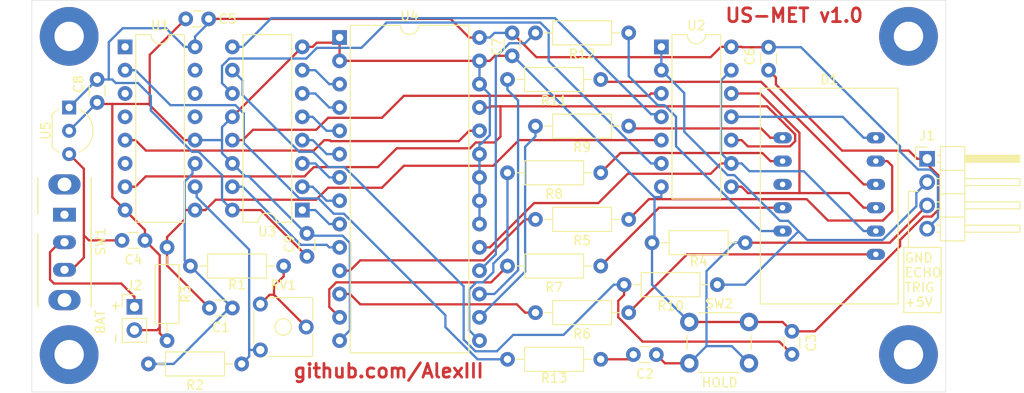
<source format=kicad_pcb>
(kicad_pcb (version 20171130) (host pcbnew "(5.1.5)-3")

  (general
    (thickness 1.6)
    (drawings 15)
    (tracks 418)
    (zones 0)
    (modules 37)
    (nets 44)
  )

  (page A4)
  (layers
    (0 F.Cu signal)
    (31 B.Cu signal)
    (32 B.Adhes user)
    (33 F.Adhes user)
    (34 B.Paste user)
    (35 F.Paste user)
    (36 B.SilkS user)
    (37 F.SilkS user)
    (38 B.Mask user)
    (39 F.Mask user)
    (40 Dwgs.User user)
    (41 Cmts.User user)
    (42 Eco1.User user)
    (43 Eco2.User user)
    (44 Edge.Cuts user)
    (45 Margin user)
    (46 B.CrtYd user hide)
    (47 F.CrtYd user hide)
    (48 B.Fab user hide)
    (49 F.Fab user hide)
  )

  (setup
    (last_trace_width 0.25)
    (trace_clearance 0.2)
    (zone_clearance 0.508)
    (zone_45_only no)
    (trace_min 0.2)
    (via_size 0.8)
    (via_drill 0.4)
    (via_min_size 0.4)
    (via_min_drill 0.3)
    (uvia_size 0.3)
    (uvia_drill 0.1)
    (uvias_allowed no)
    (uvia_min_size 0.2)
    (uvia_min_drill 0.1)
    (edge_width 0.05)
    (segment_width 0.2)
    (pcb_text_width 0.3)
    (pcb_text_size 1.5 1.5)
    (mod_edge_width 0.12)
    (mod_text_size 1 1)
    (mod_text_width 0.15)
    (pad_size 1.524 1.524)
    (pad_drill 0.762)
    (pad_to_mask_clearance 0.051)
    (solder_mask_min_width 0.25)
    (aux_axis_origin 41.148 91.948)
    (visible_elements 7FFFFFFF)
    (pcbplotparams
      (layerselection 0x010f0_ffffffff)
      (usegerberextensions true)
      (usegerberattributes false)
      (usegerberadvancedattributes false)
      (creategerberjobfile false)
      (excludeedgelayer true)
      (linewidth 0.150000)
      (plotframeref false)
      (viasonmask false)
      (mode 1)
      (useauxorigin false)
      (hpglpennumber 1)
      (hpglpenspeed 20)
      (hpglpendiameter 15.000000)
      (psnegative false)
      (psa4output false)
      (plotreference true)
      (plotvalue true)
      (plotinvisibletext false)
      (padsonsilk false)
      (subtractmaskfromsilk false)
      (outputformat 1)
      (mirror false)
      (drillshape 0)
      (scaleselection 1)
      (outputdirectory "gerbers"))
  )

  (net 0 "")
  (net 1 "Net-(C1-Pad1)")
  (net 2 CLK0)
  (net 3 TRIG)
  (net 4 "Net-(C2-Pad2)")
  (net 5 GND)
  (net 6 "Net-(C3-Pad2)")
  (net 7 "Net-(D1-Pad7)")
  (net 8 "Net-(D1-Pad5)")
  (net 9 "Net-(D1-Pad8)")
  (net 10 "Net-(D1-Pad4)")
  (net 11 "Net-(D1-Pad9)")
  (net 12 "Net-(D1-Pad10)")
  (net 13 "Net-(D1-Pad2)")
  (net 14 "Net-(D1-Pad11)")
  (net 15 "Net-(D1-Pad1)")
  (net 16 "Net-(D1-Pad12)")
  (net 17 VDD)
  (net 18 ECHO)
  (net 19 "Net-(J2-Pad1)")
  (net 20 "Net-(R1-Pad2)")
  (net 21 "Net-(R2-Pad1)")
  (net 22 "Net-(R5-Pad2)")
  (net 23 "Net-(R6-Pad2)")
  (net 24 "Net-(R7-Pad2)")
  (net 25 "Net-(R8-Pad2)")
  (net 26 "Net-(R9-Pad2)")
  (net 27 "Net-(R11-Pad2)")
  (net 28 "Net-(R12-Pad2)")
  (net 29 CLK13)
  (net 30 CLK5)
  (net 31 CLK4)
  (net 32 "Net-(U2-Pad3)")
  (net 33 "Net-(U2-Pad4)")
  (net 34 "Net-(U2-Pad6)")
  (net 35 "Net-(U3-Pad1)")
  (net 36 "Net-(U3-Pad2)")
  (net 37 "Net-(U3-Pad3)")
  (net 38 "Net-(U3-Pad4)")
  (net 39 "Net-(U3-Pad5)")
  (net 40 "Net-(U3-Pad6)")
  (net 41 "Net-(U3-Pad7)")
  (net 42 "Net-(U3-Pad15)")
  (net 43 "Net-(C4-Pad2)")

  (net_class Default "This is the default net class."
    (clearance 0.2)
    (trace_width 0.25)
    (via_dia 0.8)
    (via_drill 0.4)
    (uvia_dia 0.3)
    (uvia_drill 0.1)
    (add_net CLK0)
    (add_net CLK13)
    (add_net CLK4)
    (add_net CLK5)
    (add_net ECHO)
    (add_net GND)
    (add_net "Net-(C1-Pad1)")
    (add_net "Net-(C2-Pad2)")
    (add_net "Net-(C3-Pad2)")
    (add_net "Net-(C4-Pad2)")
    (add_net "Net-(D1-Pad1)")
    (add_net "Net-(D1-Pad10)")
    (add_net "Net-(D1-Pad11)")
    (add_net "Net-(D1-Pad12)")
    (add_net "Net-(D1-Pad2)")
    (add_net "Net-(D1-Pad3)")
    (add_net "Net-(D1-Pad4)")
    (add_net "Net-(D1-Pad5)")
    (add_net "Net-(D1-Pad7)")
    (add_net "Net-(D1-Pad8)")
    (add_net "Net-(D1-Pad9)")
    (add_net "Net-(J2-Pad1)")
    (add_net "Net-(R1-Pad2)")
    (add_net "Net-(R11-Pad2)")
    (add_net "Net-(R12-Pad2)")
    (add_net "Net-(R2-Pad1)")
    (add_net "Net-(R5-Pad2)")
    (add_net "Net-(R6-Pad2)")
    (add_net "Net-(R7-Pad2)")
    (add_net "Net-(R8-Pad2)")
    (add_net "Net-(R9-Pad2)")
    (add_net "Net-(SW1-Pad1)")
    (add_net "Net-(U1-Pad1)")
    (add_net "Net-(U1-Pad13)")
    (add_net "Net-(U1-Pad14)")
    (add_net "Net-(U1-Pad15)")
    (add_net "Net-(U1-Pad3)")
    (add_net "Net-(U1-Pad4)")
    (add_net "Net-(U1-Pad6)")
    (add_net "Net-(U2-Pad3)")
    (add_net "Net-(U2-Pad4)")
    (add_net "Net-(U2-Pad6)")
    (add_net "Net-(U3-Pad1)")
    (add_net "Net-(U3-Pad15)")
    (add_net "Net-(U3-Pad2)")
    (add_net "Net-(U3-Pad3)")
    (add_net "Net-(U3-Pad4)")
    (add_net "Net-(U3-Pad5)")
    (add_net "Net-(U3-Pad6)")
    (add_net "Net-(U3-Pad7)")
    (add_net TRIG)
    (add_net VDD)
  )

  (module Mounting_Holes:MountingHole_3.2mm_M3_Pad (layer F.Cu) (tedit 56D1B4CB) (tstamp 5FEA21E7)
    (at 136.652 87.884)
    (descr "Mounting Hole 3.2mm, M3")
    (tags "mounting hole 3.2mm m3")
    (path /5FEB6160)
    (attr virtual)
    (fp_text reference H4 (at 0 -4.2) (layer F.SilkS) hide
      (effects (font (size 1 1) (thickness 0.15)))
    )
    (fp_text value MountingHole (at 0 4.2) (layer F.Fab)
      (effects (font (size 1 1) (thickness 0.15)))
    )
    (fp_text user %R (at 0.3 0) (layer F.Fab)
      (effects (font (size 1 1) (thickness 0.15)))
    )
    (fp_circle (center 0 0) (end 3.2 0) (layer Cmts.User) (width 0.15))
    (fp_circle (center 0 0) (end 3.45 0) (layer F.CrtYd) (width 0.05))
    (pad 1 thru_hole circle (at 0 0) (size 6.4 6.4) (drill 3.2) (layers *.Cu *.Mask))
  )

  (module Mounting_Holes:MountingHole_3.2mm_M3_Pad (layer F.Cu) (tedit 56D1B4CB) (tstamp 5FEA21E4)
    (at 136.652 53.213)
    (descr "Mounting Hole 3.2mm, M3")
    (tags "mounting hole 3.2mm m3")
    (path /5FEB5FC1)
    (attr virtual)
    (fp_text reference H3 (at 0 -4.2) (layer F.SilkS) hide
      (effects (font (size 1 1) (thickness 0.15)))
    )
    (fp_text value MountingHole (at 0 4.2) (layer F.Fab)
      (effects (font (size 1 1) (thickness 0.15)))
    )
    (fp_text user %R (at 0.3 0) (layer F.Fab)
      (effects (font (size 1 1) (thickness 0.15)))
    )
    (fp_circle (center 0 0) (end 3.2 0) (layer Cmts.User) (width 0.15))
    (fp_circle (center 0 0) (end 3.45 0) (layer F.CrtYd) (width 0.05))
    (pad 1 thru_hole circle (at 0 0) (size 6.4 6.4) (drill 3.2) (layers *.Cu *.Mask))
  )

  (module Mounting_Holes:MountingHole_3.2mm_M3_Pad (layer F.Cu) (tedit 56D1B4CB) (tstamp 5FEA21E1)
    (at 45.212 87.884)
    (descr "Mounting Hole 3.2mm, M3")
    (tags "mounting hole 3.2mm m3")
    (path /5FEB5E70)
    (attr virtual)
    (fp_text reference H2 (at 0 -4.2) (layer F.SilkS) hide
      (effects (font (size 1 1) (thickness 0.15)))
    )
    (fp_text value MountingHole (at 0 4.2) (layer F.Fab)
      (effects (font (size 1 1) (thickness 0.15)))
    )
    (fp_text user %R (at 0.3 0) (layer F.Fab)
      (effects (font (size 1 1) (thickness 0.15)))
    )
    (fp_circle (center 0 0) (end 3.2 0) (layer Cmts.User) (width 0.15))
    (fp_circle (center 0 0) (end 3.45 0) (layer F.CrtYd) (width 0.05))
    (pad 1 thru_hole circle (at 0 0) (size 6.4 6.4) (drill 3.2) (layers *.Cu *.Mask))
  )

  (module Mounting_Holes:MountingHole_3.2mm_M3_Pad (layer F.Cu) (tedit 56D1B4CB) (tstamp 5FEA26E7)
    (at 45.212 53.213)
    (descr "Mounting Hole 3.2mm, M3")
    (tags "mounting hole 3.2mm m3")
    (path /5FEB48CB)
    (attr virtual)
    (fp_text reference H1 (at 0 -4.2) (layer F.SilkS) hide
      (effects (font (size 1 1) (thickness 0.15)))
    )
    (fp_text value MountingHole (at 0 4.2) (layer F.Fab)
      (effects (font (size 1 1) (thickness 0.15)))
    )
    (fp_text user %R (at 0.3 0) (layer F.Fab)
      (effects (font (size 1 1) (thickness 0.15)))
    )
    (fp_circle (center 0 0) (end 3.2 0) (layer Cmts.User) (width 0.15))
    (fp_circle (center 0 0) (end 3.45 0) (layer F.CrtYd) (width 0.05))
    (pad 1 thru_hole circle (at 0 0) (size 6.4 6.4) (drill 3.2) (layers *.Cu *.Mask))
  )

  (module Housings_DIP:DIP-16_W7.62mm (layer F.Cu) (tedit 59C78D6B) (tstamp 5FE89E23)
    (at 70.612 72.136 180)
    (descr "16-lead though-hole mounted DIP package, row spacing 7.62 mm (300 mils)")
    (tags "THT DIP DIL PDIP 2.54mm 7.62mm 300mil")
    (path /5FCEF4FC)
    (fp_text reference U3 (at 3.81 -2.33) (layer F.SilkS)
      (effects (font (size 1 1) (thickness 0.15)))
    )
    (fp_text value 74HC590A (at 3.81 20.11) (layer F.Fab)
      (effects (font (size 1 1) (thickness 0.15)))
    )
    (fp_arc (start 3.81 -1.33) (end 2.81 -1.33) (angle -180) (layer F.SilkS) (width 0.12))
    (fp_line (start 1.635 -1.27) (end 6.985 -1.27) (layer F.Fab) (width 0.1))
    (fp_line (start 6.985 -1.27) (end 6.985 19.05) (layer F.Fab) (width 0.1))
    (fp_line (start 6.985 19.05) (end 0.635 19.05) (layer F.Fab) (width 0.1))
    (fp_line (start 0.635 19.05) (end 0.635 -0.27) (layer F.Fab) (width 0.1))
    (fp_line (start 0.635 -0.27) (end 1.635 -1.27) (layer F.Fab) (width 0.1))
    (fp_line (start 2.81 -1.33) (end 1.16 -1.33) (layer F.SilkS) (width 0.12))
    (fp_line (start 1.16 -1.33) (end 1.16 19.11) (layer F.SilkS) (width 0.12))
    (fp_line (start 1.16 19.11) (end 6.46 19.11) (layer F.SilkS) (width 0.12))
    (fp_line (start 6.46 19.11) (end 6.46 -1.33) (layer F.SilkS) (width 0.12))
    (fp_line (start 6.46 -1.33) (end 4.81 -1.33) (layer F.SilkS) (width 0.12))
    (fp_line (start -1.1 -1.55) (end -1.1 19.3) (layer F.CrtYd) (width 0.05))
    (fp_line (start -1.1 19.3) (end 8.7 19.3) (layer F.CrtYd) (width 0.05))
    (fp_line (start 8.7 19.3) (end 8.7 -1.55) (layer F.CrtYd) (width 0.05))
    (fp_line (start 8.7 -1.55) (end -1.1 -1.55) (layer F.CrtYd) (width 0.05))
    (fp_text user %R (at 3.81 8.89) (layer F.Fab)
      (effects (font (size 1 1) (thickness 0.15)))
    )
    (pad 1 thru_hole rect (at 0 0 180) (size 1.6 1.6) (drill 0.8) (layers *.Cu *.Mask)
      (net 35 "Net-(U3-Pad1)"))
    (pad 9 thru_hole oval (at 7.62 17.78 180) (size 1.6 1.6) (drill 0.8) (layers *.Cu *.Mask)
      (net 33 "Net-(U2-Pad4)"))
    (pad 2 thru_hole oval (at 0 2.54 180) (size 1.6 1.6) (drill 0.8) (layers *.Cu *.Mask)
      (net 36 "Net-(U3-Pad2)"))
    (pad 10 thru_hole oval (at 7.62 15.24 180) (size 1.6 1.6) (drill 0.8) (layers *.Cu *.Mask)
      (net 6 "Net-(C3-Pad2)"))
    (pad 3 thru_hole oval (at 0 5.08 180) (size 1.6 1.6) (drill 0.8) (layers *.Cu *.Mask)
      (net 37 "Net-(U3-Pad3)"))
    (pad 11 thru_hole oval (at 7.62 12.7 180) (size 1.6 1.6) (drill 0.8) (layers *.Cu *.Mask)
      (net 34 "Net-(U2-Pad6)"))
    (pad 4 thru_hole oval (at 0 7.62 180) (size 1.6 1.6) (drill 0.8) (layers *.Cu *.Mask)
      (net 38 "Net-(U3-Pad4)"))
    (pad 12 thru_hole oval (at 7.62 10.16 180) (size 1.6 1.6) (drill 0.8) (layers *.Cu *.Mask)
      (net 5 GND))
    (pad 5 thru_hole oval (at 0 10.16 180) (size 1.6 1.6) (drill 0.8) (layers *.Cu *.Mask)
      (net 39 "Net-(U3-Pad5)"))
    (pad 13 thru_hole oval (at 7.62 7.62 180) (size 1.6 1.6) (drill 0.8) (layers *.Cu *.Mask)
      (net 32 "Net-(U2-Pad3)"))
    (pad 6 thru_hole oval (at 0 12.7 180) (size 1.6 1.6) (drill 0.8) (layers *.Cu *.Mask)
      (net 40 "Net-(U3-Pad6)"))
    (pad 14 thru_hole oval (at 7.62 5.08 180) (size 1.6 1.6) (drill 0.8) (layers *.Cu *.Mask)
      (net 5 GND))
    (pad 7 thru_hole oval (at 0 15.24 180) (size 1.6 1.6) (drill 0.8) (layers *.Cu *.Mask)
      (net 41 "Net-(U3-Pad7)"))
    (pad 15 thru_hole oval (at 7.62 2.54 180) (size 1.6 1.6) (drill 0.8) (layers *.Cu *.Mask)
      (net 42 "Net-(U3-Pad15)"))
    (pad 8 thru_hole oval (at 0 17.78 180) (size 1.6 1.6) (drill 0.8) (layers *.Cu *.Mask)
      (net 5 GND))
    (pad 16 thru_hole oval (at 7.62 0 180) (size 1.6 1.6) (drill 0.8) (layers *.Cu *.Mask)
      (net 17 VDD))
    (model ${KISYS3DMOD}/Housings_DIP.3dshapes/DIP-16_W7.62mm.wrl
      (at (xyz 0 0 0))
      (scale (xyz 1 1 1))
      (rotate (xyz 0 0 0))
    )
  )

  (module Capacitors_THT:C_Disc_D3.0mm_W1.6mm_P2.50mm (layer F.Cu) (tedit 597BC7C2) (tstamp 5FE8E505)
    (at 71.12 74.676 270)
    (descr "C, Disc series, Radial, pin pitch=2.50mm, , diameter*width=3.0*1.6mm^2, Capacitor, http://www.vishay.com/docs/45233/krseries.pdf")
    (tags "C Disc series Radial pin pitch 2.50mm  diameter 3.0mm width 1.6mm Capacitor")
    (path /5FF280F7)
    (fp_text reference C9 (at 1.143 1.905 90) (layer F.SilkS)
      (effects (font (size 1 1) (thickness 0.15)))
    )
    (fp_text value 100n (at 1.25 2.11 90) (layer F.Fab)
      (effects (font (size 1 1) (thickness 0.15)))
    )
    (fp_line (start -0.25 -0.8) (end -0.25 0.8) (layer F.Fab) (width 0.1))
    (fp_line (start -0.25 0.8) (end 2.75 0.8) (layer F.Fab) (width 0.1))
    (fp_line (start 2.75 0.8) (end 2.75 -0.8) (layer F.Fab) (width 0.1))
    (fp_line (start 2.75 -0.8) (end -0.25 -0.8) (layer F.Fab) (width 0.1))
    (fp_line (start 0.663 -0.861) (end 1.837 -0.861) (layer F.SilkS) (width 0.12))
    (fp_line (start 0.663 0.861) (end 1.837 0.861) (layer F.SilkS) (width 0.12))
    (fp_line (start -1.05 -1.15) (end -1.05 1.15) (layer F.CrtYd) (width 0.05))
    (fp_line (start -1.05 1.15) (end 3.55 1.15) (layer F.CrtYd) (width 0.05))
    (fp_line (start 3.55 1.15) (end 3.55 -1.15) (layer F.CrtYd) (width 0.05))
    (fp_line (start 3.55 -1.15) (end -1.05 -1.15) (layer F.CrtYd) (width 0.05))
    (fp_text user %R (at 1.25 0 90) (layer F.Fab)
      (effects (font (size 1 1) (thickness 0.15)))
    )
    (pad 1 thru_hole circle (at 0 0 270) (size 1.6 1.6) (drill 0.8) (layers *.Cu *.Mask)
      (net 5 GND))
    (pad 2 thru_hole circle (at 2.5 0 270) (size 1.6 1.6) (drill 0.8) (layers *.Cu *.Mask)
      (net 17 VDD))
    (model ${KISYS3DMOD}/Capacitors_THT.3dshapes/C_Disc_D3.0mm_W1.6mm_P2.50mm.wrl
      (at (xyz 0 0 0))
      (scale (xyz 1 1 1))
      (rotate (xyz 0 0 0))
    )
  )

  (module Capacitors_THT:C_Disc_D3.0mm_W1.6mm_P2.50mm (layer F.Cu) (tedit 597BC7C2) (tstamp 5FE8D77B)
    (at 48.26 60.412 90)
    (descr "C, Disc series, Radial, pin pitch=2.50mm, , diameter*width=3.0*1.6mm^2, Capacitor, http://www.vishay.com/docs/45233/krseries.pdf")
    (tags "C Disc series Radial pin pitch 2.50mm  diameter 3.0mm width 1.6mm Capacitor")
    (path /5FEAD879)
    (fp_text reference C8 (at 1.992 -2.032 90) (layer F.SilkS)
      (effects (font (size 1 1) (thickness 0.15)))
    )
    (fp_text value 100n (at 1.25 2.11 90) (layer F.Fab)
      (effects (font (size 1 1) (thickness 0.15)))
    )
    (fp_line (start -0.25 -0.8) (end -0.25 0.8) (layer F.Fab) (width 0.1))
    (fp_line (start -0.25 0.8) (end 2.75 0.8) (layer F.Fab) (width 0.1))
    (fp_line (start 2.75 0.8) (end 2.75 -0.8) (layer F.Fab) (width 0.1))
    (fp_line (start 2.75 -0.8) (end -0.25 -0.8) (layer F.Fab) (width 0.1))
    (fp_line (start 0.663 -0.861) (end 1.837 -0.861) (layer F.SilkS) (width 0.12))
    (fp_line (start 0.663 0.861) (end 1.837 0.861) (layer F.SilkS) (width 0.12))
    (fp_line (start -1.05 -1.15) (end -1.05 1.15) (layer F.CrtYd) (width 0.05))
    (fp_line (start -1.05 1.15) (end 3.55 1.15) (layer F.CrtYd) (width 0.05))
    (fp_line (start 3.55 1.15) (end 3.55 -1.15) (layer F.CrtYd) (width 0.05))
    (fp_line (start 3.55 -1.15) (end -1.05 -1.15) (layer F.CrtYd) (width 0.05))
    (fp_text user %R (at 1.25 0 90) (layer F.Fab)
      (effects (font (size 1 1) (thickness 0.15)))
    )
    (pad 1 thru_hole circle (at 0 0 90) (size 1.6 1.6) (drill 0.8) (layers *.Cu *.Mask)
      (net 5 GND))
    (pad 2 thru_hole circle (at 2.5 0 90) (size 1.6 1.6) (drill 0.8) (layers *.Cu *.Mask)
      (net 17 VDD))
    (model ${KISYS3DMOD}/Capacitors_THT.3dshapes/C_Disc_D3.0mm_W1.6mm_P2.50mm.wrl
      (at (xyz 0 0 0))
      (scale (xyz 1 1 1))
      (rotate (xyz 0 0 0))
    )
  )

  (module Capacitors_THT:C_Disc_D3.0mm_W1.6mm_P2.50mm (layer F.Cu) (tedit 597BC7C2) (tstamp 5FE8D81F)
    (at 93.472 55.332 90)
    (descr "C, Disc series, Radial, pin pitch=2.50mm, , diameter*width=3.0*1.6mm^2, Capacitor, http://www.vishay.com/docs/45233/krseries.pdf")
    (tags "C Disc series Radial pin pitch 2.50mm  diameter 3.0mm width 1.6mm Capacitor")
    (path /5FEA80D4)
    (fp_text reference C7 (at 0.976 -1.651 90) (layer F.SilkS)
      (effects (font (size 1 1) (thickness 0.15)))
    )
    (fp_text value 100n (at 1.25 2.11 90) (layer F.Fab)
      (effects (font (size 1 1) (thickness 0.15)))
    )
    (fp_line (start -0.25 -0.8) (end -0.25 0.8) (layer F.Fab) (width 0.1))
    (fp_line (start -0.25 0.8) (end 2.75 0.8) (layer F.Fab) (width 0.1))
    (fp_line (start 2.75 0.8) (end 2.75 -0.8) (layer F.Fab) (width 0.1))
    (fp_line (start 2.75 -0.8) (end -0.25 -0.8) (layer F.Fab) (width 0.1))
    (fp_line (start 0.663 -0.861) (end 1.837 -0.861) (layer F.SilkS) (width 0.12))
    (fp_line (start 0.663 0.861) (end 1.837 0.861) (layer F.SilkS) (width 0.12))
    (fp_line (start -1.05 -1.15) (end -1.05 1.15) (layer F.CrtYd) (width 0.05))
    (fp_line (start -1.05 1.15) (end 3.55 1.15) (layer F.CrtYd) (width 0.05))
    (fp_line (start 3.55 1.15) (end 3.55 -1.15) (layer F.CrtYd) (width 0.05))
    (fp_line (start 3.55 -1.15) (end -1.05 -1.15) (layer F.CrtYd) (width 0.05))
    (fp_text user %R (at 1.25 0 90) (layer F.Fab)
      (effects (font (size 1 1) (thickness 0.15)))
    )
    (pad 1 thru_hole circle (at 0 0 90) (size 1.6 1.6) (drill 0.8) (layers *.Cu *.Mask)
      (net 5 GND))
    (pad 2 thru_hole circle (at 2.5 0 90) (size 1.6 1.6) (drill 0.8) (layers *.Cu *.Mask)
      (net 17 VDD))
    (model ${KISYS3DMOD}/Capacitors_THT.3dshapes/C_Disc_D3.0mm_W1.6mm_P2.50mm.wrl
      (at (xyz 0 0 0))
      (scale (xyz 1 1 1))
      (rotate (xyz 0 0 0))
    )
  )

  (module Capacitors_THT:C_Disc_D3.0mm_W1.6mm_P2.50mm (layer F.Cu) (tedit 597BC7C2) (tstamp 5FE8CCE3)
    (at 121.412 56.896 90)
    (descr "C, Disc series, Radial, pin pitch=2.50mm, , diameter*width=3.0*1.6mm^2, Capacitor, http://www.vishay.com/docs/45233/krseries.pdf")
    (tags "C Disc series Radial pin pitch 2.50mm  diameter 3.0mm width 1.6mm Capacitor")
    (path /5FEA24BD)
    (fp_text reference C6 (at 1.484 -2.032 90) (layer F.SilkS)
      (effects (font (size 1 1) (thickness 0.15)))
    )
    (fp_text value 100n (at 1.25 2.11 90) (layer F.Fab)
      (effects (font (size 1 1) (thickness 0.15)))
    )
    (fp_line (start -0.25 -0.8) (end -0.25 0.8) (layer F.Fab) (width 0.1))
    (fp_line (start -0.25 0.8) (end 2.75 0.8) (layer F.Fab) (width 0.1))
    (fp_line (start 2.75 0.8) (end 2.75 -0.8) (layer F.Fab) (width 0.1))
    (fp_line (start 2.75 -0.8) (end -0.25 -0.8) (layer F.Fab) (width 0.1))
    (fp_line (start 0.663 -0.861) (end 1.837 -0.861) (layer F.SilkS) (width 0.12))
    (fp_line (start 0.663 0.861) (end 1.837 0.861) (layer F.SilkS) (width 0.12))
    (fp_line (start -1.05 -1.15) (end -1.05 1.15) (layer F.CrtYd) (width 0.05))
    (fp_line (start -1.05 1.15) (end 3.55 1.15) (layer F.CrtYd) (width 0.05))
    (fp_line (start 3.55 1.15) (end 3.55 -1.15) (layer F.CrtYd) (width 0.05))
    (fp_line (start 3.55 -1.15) (end -1.05 -1.15) (layer F.CrtYd) (width 0.05))
    (fp_text user %R (at 1.25 0 90) (layer F.Fab)
      (effects (font (size 1 1) (thickness 0.15)))
    )
    (pad 1 thru_hole circle (at 0 0 90) (size 1.6 1.6) (drill 0.8) (layers *.Cu *.Mask)
      (net 5 GND))
    (pad 2 thru_hole circle (at 2.5 0 90) (size 1.6 1.6) (drill 0.8) (layers *.Cu *.Mask)
      (net 17 VDD))
    (model ${KISYS3DMOD}/Capacitors_THT.3dshapes/C_Disc_D3.0mm_W1.6mm_P2.50mm.wrl
      (at (xyz 0 0 0))
      (scale (xyz 1 1 1))
      (rotate (xyz 0 0 0))
    )
  )

  (module Capacitors_THT:C_Disc_D3.0mm_W1.6mm_P2.50mm (layer F.Cu) (tedit 597BC7C2) (tstamp 5FE8CCE0)
    (at 57.912 51.308)
    (descr "C, Disc series, Radial, pin pitch=2.50mm, , diameter*width=3.0*1.6mm^2, Capacitor, http://www.vishay.com/docs/45233/krseries.pdf")
    (tags "C Disc series Radial pin pitch 2.50mm  diameter 3.0mm width 1.6mm Capacitor")
    (path /5FE8F6ED)
    (fp_text reference C5 (at 4.572 0) (layer F.SilkS)
      (effects (font (size 1 1) (thickness 0.15)))
    )
    (fp_text value 100n (at 1.25 2.11) (layer F.Fab)
      (effects (font (size 1 1) (thickness 0.15)))
    )
    (fp_line (start -0.25 -0.8) (end -0.25 0.8) (layer F.Fab) (width 0.1))
    (fp_line (start -0.25 0.8) (end 2.75 0.8) (layer F.Fab) (width 0.1))
    (fp_line (start 2.75 0.8) (end 2.75 -0.8) (layer F.Fab) (width 0.1))
    (fp_line (start 2.75 -0.8) (end -0.25 -0.8) (layer F.Fab) (width 0.1))
    (fp_line (start 0.663 -0.861) (end 1.837 -0.861) (layer F.SilkS) (width 0.12))
    (fp_line (start 0.663 0.861) (end 1.837 0.861) (layer F.SilkS) (width 0.12))
    (fp_line (start -1.05 -1.15) (end -1.05 1.15) (layer F.CrtYd) (width 0.05))
    (fp_line (start -1.05 1.15) (end 3.55 1.15) (layer F.CrtYd) (width 0.05))
    (fp_line (start 3.55 1.15) (end 3.55 -1.15) (layer F.CrtYd) (width 0.05))
    (fp_line (start 3.55 -1.15) (end -1.05 -1.15) (layer F.CrtYd) (width 0.05))
    (fp_text user %R (at 1.25 0) (layer F.Fab)
      (effects (font (size 1 1) (thickness 0.15)))
    )
    (pad 1 thru_hole circle (at 0 0) (size 1.6 1.6) (drill 0.8) (layers *.Cu *.Mask)
      (net 5 GND))
    (pad 2 thru_hole circle (at 2.5 0) (size 1.6 1.6) (drill 0.8) (layers *.Cu *.Mask)
      (net 17 VDD))
    (model ${KISYS3DMOD}/Capacitors_THT.3dshapes/C_Disc_D3.0mm_W1.6mm_P2.50mm.wrl
      (at (xyz 0 0 0))
      (scale (xyz 1 1 1))
      (rotate (xyz 0 0 0))
    )
  )

  (module Capacitors_THT:C_Disc_D3.0mm_W1.6mm_P2.50mm (layer F.Cu) (tedit 597BC7C2) (tstamp 5FE8D4AB)
    (at 53.467 75.438 180)
    (descr "C, Disc series, Radial, pin pitch=2.50mm, , diameter*width=3.0*1.6mm^2, Capacitor, http://www.vishay.com/docs/45233/krseries.pdf")
    (tags "C Disc series Radial pin pitch 2.50mm  diameter 3.0mm width 1.6mm Capacitor")
    (path /5FEB34EB)
    (fp_text reference C4 (at 1.25 -2.11) (layer F.SilkS)
      (effects (font (size 1 1) (thickness 0.15)))
    )
    (fp_text value 100n (at 1.25 2.11) (layer F.Fab)
      (effects (font (size 1 1) (thickness 0.15)))
    )
    (fp_line (start -0.25 -0.8) (end -0.25 0.8) (layer F.Fab) (width 0.1))
    (fp_line (start -0.25 0.8) (end 2.75 0.8) (layer F.Fab) (width 0.1))
    (fp_line (start 2.75 0.8) (end 2.75 -0.8) (layer F.Fab) (width 0.1))
    (fp_line (start 2.75 -0.8) (end -0.25 -0.8) (layer F.Fab) (width 0.1))
    (fp_line (start 0.663 -0.861) (end 1.837 -0.861) (layer F.SilkS) (width 0.12))
    (fp_line (start 0.663 0.861) (end 1.837 0.861) (layer F.SilkS) (width 0.12))
    (fp_line (start -1.05 -1.15) (end -1.05 1.15) (layer F.CrtYd) (width 0.05))
    (fp_line (start -1.05 1.15) (end 3.55 1.15) (layer F.CrtYd) (width 0.05))
    (fp_line (start 3.55 1.15) (end 3.55 -1.15) (layer F.CrtYd) (width 0.05))
    (fp_line (start 3.55 -1.15) (end -1.05 -1.15) (layer F.CrtYd) (width 0.05))
    (fp_text user %R (at 1.25 0 180) (layer F.Fab)
      (effects (font (size 1 1) (thickness 0.15)))
    )
    (pad 1 thru_hole circle (at 0 0 180) (size 1.6 1.6) (drill 0.8) (layers *.Cu *.Mask)
      (net 5 GND))
    (pad 2 thru_hole circle (at 2.5 0 180) (size 1.6 1.6) (drill 0.8) (layers *.Cu *.Mask)
      (net 43 "Net-(C4-Pad2)"))
    (model ${KISYS3DMOD}/Capacitors_THT.3dshapes/C_Disc_D3.0mm_W1.6mm_P2.50mm.wrl
      (at (xyz 0 0 0))
      (scale (xyz 1 1 1))
      (rotate (xyz 0 0 0))
    )
  )

  (module SK-12F14:SK-12F14 (layer F.Cu) (tedit 5FE89530) (tstamp 5FE896D0)
    (at 44.704 72.644 270)
    (descr "CuK miniature slide switch, OS series, SPDT, right angle, http://www.ckswitches.com/media/1428/os.pdf")
    (tags "switch SPDT")
    (path /5FDFA63B)
    (fp_text reference SW1 (at 2.921 -3.937 90) (layer F.SilkS)
      (effects (font (size 1 1) (thickness 0.15)))
    )
    (fp_text value SW_SPDT (at 2.8 7.9 90) (layer F.Fab)
      (effects (font (size 1 1) (thickness 0.15)))
    )
    (fp_line (start 11 -3) (end 11 7) (layer F.CrtYd) (width 0.05))
    (fp_line (start -4 -2.8) (end 10 -2.8) (layer F.Fab) (width 0.1))
    (fp_line (start -4 2.8) (end -4 -2.8) (layer F.Fab) (width 0.1))
    (fp_text user %R (at 2.3 1.7 90) (layer F.Fab)
      (effects (font (size 0.5 0.5) (thickness 0.1)))
    )
    (fp_line (start -4 2.8) (end 10 2.8) (layer F.Fab) (width 0.1))
    (fp_line (start 10 2.8) (end 10 -2.8) (layer F.Fab) (width 0.1))
    (fp_line (start 2 2.8) (end 2 6.8) (layer F.Fab) (width 0.1))
    (fp_line (start 2 6.8) (end 0 6.8) (layer F.Fab) (width 0.1))
    (fp_line (start 0 6.8) (end 0 2.8) (layer F.Fab) (width 0.1))
    (fp_line (start -4 -2.9) (end 10 -2.9) (layer F.SilkS) (width 0.15))
    (fp_line (start -4 2.9) (end -0.1 2.9) (layer F.SilkS) (width 0.15))
    (fp_line (start 2.1 2.9) (end 10 2.9) (layer F.SilkS) (width 0.15))
    (fp_line (start -5 -3) (end -5 7) (layer F.CrtYd) (width 0.05))
    (fp_line (start 11 7) (end -5 7) (layer F.CrtYd) (width 0.05))
    (fp_line (start -5 -3) (end 11 -3) (layer F.CrtYd) (width 0.05))
    (pad 1 thru_hole rect (at 0 0 270) (size 1.5 2.5) (drill 0.9) (layers *.Cu *.Mask))
    (pad 2 thru_hole oval (at 3 0 270) (size 1.5 2.5) (drill 0.9) (layers *.Cu *.Mask)
      (net 19 "Net-(J2-Pad1)"))
    (pad 3 thru_hole oval (at 6 0 270) (size 1.5 2.5) (drill 0.9) (layers *.Cu *.Mask)
      (net 43 "Net-(C4-Pad2)"))
    (pad "" thru_hole oval (at -3.3 0 270) (size 2.2 3.5) (drill 1.5) (layers *.Cu *.Mask))
    (pad "" thru_hole oval (at 9.3 0 270) (size 2.2 3.5) (drill 1.5) (layers *.Cu *.Mask))
    (model ${KISYS3DMOD}/Buttons_Switches_THT.3dshapes/SW_CuK_OS102011MA1QN1_SPDT_Angled.wrl
      (at (xyz 0 0 0))
      (scale (xyz 1 1 1))
      (rotate (xyz 0 0 0))
    )
  )

  (module TO_SOT_Packages_THT:TO-92_Inline_Wide (layer F.Cu) (tedit 58CE52AF) (tstamp 5FE8B795)
    (at 45.212 60.96 270)
    (descr "TO-92 leads in-line, wide, drill 0.8mm (see NXP sot054_po.pdf)")
    (tags "to-92 sc-43 sc-43a sot54 PA33 transistor")
    (path /5FDEBD4E)
    (fp_text reference U5 (at 2.54 2.54 90) (layer F.SilkS)
      (effects (font (size 1 1) (thickness 0.15)))
    )
    (fp_text value LM78L05_TO92 (at 2.54 2.79 90) (layer F.Fab)
      (effects (font (size 1 1) (thickness 0.15)))
    )
    (fp_text user %R (at 2.54 -3.56 270) (layer F.Fab)
      (effects (font (size 1 1) (thickness 0.15)))
    )
    (fp_line (start 0.74 1.85) (end 4.34 1.85) (layer F.SilkS) (width 0.12))
    (fp_line (start 0.8 1.75) (end 4.3 1.75) (layer F.Fab) (width 0.1))
    (fp_line (start -1.01 -2.73) (end 6.09 -2.73) (layer F.CrtYd) (width 0.05))
    (fp_line (start -1.01 -2.73) (end -1.01 2.01) (layer F.CrtYd) (width 0.05))
    (fp_line (start 6.09 2.01) (end 6.09 -2.73) (layer F.CrtYd) (width 0.05))
    (fp_line (start 6.09 2.01) (end -1.01 2.01) (layer F.CrtYd) (width 0.05))
    (fp_arc (start 2.54 0) (end 0.74 1.85) (angle 20) (layer F.SilkS) (width 0.12))
    (fp_arc (start 2.54 0) (end 2.54 -2.6) (angle -65) (layer F.SilkS) (width 0.12))
    (fp_arc (start 2.54 0) (end 2.54 -2.6) (angle 65) (layer F.SilkS) (width 0.12))
    (fp_arc (start 2.54 0) (end 2.54 -2.48) (angle 135) (layer F.Fab) (width 0.1))
    (fp_arc (start 2.54 0) (end 2.54 -2.48) (angle -135) (layer F.Fab) (width 0.1))
    (fp_arc (start 2.54 0) (end 4.34 1.85) (angle -20) (layer F.SilkS) (width 0.12))
    (pad 2 thru_hole circle (at 2.54 0) (size 1.52 1.52) (drill 0.8) (layers *.Cu *.Mask)
      (net 5 GND))
    (pad 3 thru_hole circle (at 5.08 0) (size 1.52 1.52) (drill 0.8) (layers *.Cu *.Mask)
      (net 43 "Net-(C4-Pad2)"))
    (pad 1 thru_hole rect (at 0 0) (size 1.52 1.52) (drill 0.8) (layers *.Cu *.Mask)
      (net 17 VDD))
    (model ${KISYS3DMOD}/TO_SOT_Packages_THT.3dshapes/TO-92_Inline_Wide.wrl
      (offset (xyz 2.539999961853027 0 0))
      (scale (xyz 1 1 1))
      (rotate (xyz 0 0 -90))
    )
  )

  (module Housings_DIP:DIP-28_W15.24mm (layer F.Cu) (tedit 59C78D6C) (tstamp 5FE775A6)
    (at 74.676 53.34)
    (descr "28-lead though-hole mounted DIP package, row spacing 15.24 mm (600 mils)")
    (tags "THT DIP DIL PDIP 2.54mm 15.24mm 600mil")
    (path /5FCF2ACB)
    (fp_text reference U4 (at 7.62 -2.33) (layer F.SilkS)
      (effects (font (size 1 1) (thickness 0.15)))
    )
    (fp_text value 27C512 (at 7.62 35.35) (layer F.Fab)
      (effects (font (size 1 1) (thickness 0.15)))
    )
    (fp_arc (start 7.62 -1.33) (end 6.62 -1.33) (angle -180) (layer F.SilkS) (width 0.12))
    (fp_line (start 1.255 -1.27) (end 14.985 -1.27) (layer F.Fab) (width 0.1))
    (fp_line (start 14.985 -1.27) (end 14.985 34.29) (layer F.Fab) (width 0.1))
    (fp_line (start 14.985 34.29) (end 0.255 34.29) (layer F.Fab) (width 0.1))
    (fp_line (start 0.255 34.29) (end 0.255 -0.27) (layer F.Fab) (width 0.1))
    (fp_line (start 0.255 -0.27) (end 1.255 -1.27) (layer F.Fab) (width 0.1))
    (fp_line (start 6.62 -1.33) (end 1.16 -1.33) (layer F.SilkS) (width 0.12))
    (fp_line (start 1.16 -1.33) (end 1.16 34.35) (layer F.SilkS) (width 0.12))
    (fp_line (start 1.16 34.35) (end 14.08 34.35) (layer F.SilkS) (width 0.12))
    (fp_line (start 14.08 34.35) (end 14.08 -1.33) (layer F.SilkS) (width 0.12))
    (fp_line (start 14.08 -1.33) (end 8.62 -1.33) (layer F.SilkS) (width 0.12))
    (fp_line (start -1.05 -1.55) (end -1.05 34.55) (layer F.CrtYd) (width 0.05))
    (fp_line (start -1.05 34.55) (end 16.3 34.55) (layer F.CrtYd) (width 0.05))
    (fp_line (start 16.3 34.55) (end 16.3 -1.55) (layer F.CrtYd) (width 0.05))
    (fp_line (start 16.3 -1.55) (end -1.05 -1.55) (layer F.CrtYd) (width 0.05))
    (fp_text user %R (at 7.62 16.51) (layer F.Fab)
      (effects (font (size 1 1) (thickness 0.15)))
    )
    (pad 1 thru_hole rect (at 0 0) (size 1.6 1.6) (drill 0.8) (layers *.Cu *.Mask)
      (net 5 GND))
    (pad 15 thru_hole oval (at 15.24 33.02) (size 1.6 1.6) (drill 0.8) (layers *.Cu *.Mask)
      (net 25 "Net-(R8-Pad2)"))
    (pad 2 thru_hole oval (at 0 2.54) (size 1.6 1.6) (drill 0.8) (layers *.Cu *.Mask)
      (net 5 GND))
    (pad 16 thru_hole oval (at 15.24 30.48) (size 1.6 1.6) (drill 0.8) (layers *.Cu *.Mask)
      (net 26 "Net-(R9-Pad2)"))
    (pad 3 thru_hole oval (at 0 5.08) (size 1.6 1.6) (drill 0.8) (layers *.Cu *.Mask)
      (net 41 "Net-(U3-Pad7)"))
    (pad 17 thru_hole oval (at 15.24 27.94) (size 1.6 1.6) (drill 0.8) (layers *.Cu *.Mask)
      (net 27 "Net-(R11-Pad2)"))
    (pad 4 thru_hole oval (at 0 7.62) (size 1.6 1.6) (drill 0.8) (layers *.Cu *.Mask)
      (net 40 "Net-(U3-Pad6)"))
    (pad 18 thru_hole oval (at 15.24 25.4) (size 1.6 1.6) (drill 0.8) (layers *.Cu *.Mask)
      (net 28 "Net-(R12-Pad2)"))
    (pad 5 thru_hole oval (at 0 10.16) (size 1.6 1.6) (drill 0.8) (layers *.Cu *.Mask)
      (net 39 "Net-(U3-Pad5)"))
    (pad 19 thru_hole oval (at 15.24 22.86) (size 1.6 1.6) (drill 0.8) (layers *.Cu *.Mask)
      (net 9 "Net-(D1-Pad8)"))
    (pad 6 thru_hole oval (at 0 12.7) (size 1.6 1.6) (drill 0.8) (layers *.Cu *.Mask)
      (net 38 "Net-(U3-Pad4)"))
    (pad 20 thru_hole oval (at 15.24 20.32) (size 1.6 1.6) (drill 0.8) (layers *.Cu *.Mask)
      (net 5 GND))
    (pad 7 thru_hole oval (at 0 15.24) (size 1.6 1.6) (drill 0.8) (layers *.Cu *.Mask)
      (net 37 "Net-(U3-Pad3)"))
    (pad 21 thru_hole oval (at 15.24 17.78) (size 1.6 1.6) (drill 0.8) (layers *.Cu *.Mask)
      (net 5 GND))
    (pad 8 thru_hole oval (at 0 17.78) (size 1.6 1.6) (drill 0.8) (layers *.Cu *.Mask)
      (net 36 "Net-(U3-Pad2)"))
    (pad 22 thru_hole oval (at 15.24 15.24) (size 1.6 1.6) (drill 0.8) (layers *.Cu *.Mask)
      (net 5 GND))
    (pad 9 thru_hole oval (at 0 20.32) (size 1.6 1.6) (drill 0.8) (layers *.Cu *.Mask)
      (net 35 "Net-(U3-Pad1)"))
    (pad 23 thru_hole oval (at 15.24 12.7) (size 1.6 1.6) (drill 0.8) (layers *.Cu *.Mask)
      (net 5 GND))
    (pad 10 thru_hole oval (at 0 22.86) (size 1.6 1.6) (drill 0.8) (layers *.Cu *.Mask)
      (net 42 "Net-(U3-Pad15)"))
    (pad 24 thru_hole oval (at 15.24 10.16) (size 1.6 1.6) (drill 0.8) (layers *.Cu *.Mask)
      (net 30 CLK5))
    (pad 11 thru_hole oval (at 0 25.4) (size 1.6 1.6) (drill 0.8) (layers *.Cu *.Mask)
      (net 22 "Net-(R5-Pad2)"))
    (pad 25 thru_hole oval (at 15.24 7.62) (size 1.6 1.6) (drill 0.8) (layers *.Cu *.Mask)
      (net 31 CLK4))
    (pad 12 thru_hole oval (at 0 27.94) (size 1.6 1.6) (drill 0.8) (layers *.Cu *.Mask)
      (net 23 "Net-(R6-Pad2)"))
    (pad 26 thru_hole oval (at 15.24 5.08) (size 1.6 1.6) (drill 0.8) (layers *.Cu *.Mask)
      (net 5 GND))
    (pad 13 thru_hole oval (at 0 30.48) (size 1.6 1.6) (drill 0.8) (layers *.Cu *.Mask)
      (net 24 "Net-(R7-Pad2)"))
    (pad 27 thru_hole oval (at 15.24 2.54) (size 1.6 1.6) (drill 0.8) (layers *.Cu *.Mask)
      (net 5 GND))
    (pad 14 thru_hole oval (at 0 33.02) (size 1.6 1.6) (drill 0.8) (layers *.Cu *.Mask)
      (net 5 GND))
    (pad 28 thru_hole oval (at 15.24 0) (size 1.6 1.6) (drill 0.8) (layers *.Cu *.Mask)
      (net 17 VDD))
    (model ${KISYS3DMOD}/Housings_DIP.3dshapes/DIP-28_W15.24mm.wrl
      (at (xyz 0 0 0))
      (scale (xyz 1 1 1))
      (rotate (xyz 0 0 0))
    )
  )

  (module Housings_DIP:DIP-14_W7.62mm (layer F.Cu) (tedit 59C78D6B) (tstamp 5FE791A1)
    (at 109.728 54.356)
    (descr "14-lead though-hole mounted DIP package, row spacing 7.62 mm (300 mils)")
    (tags "THT DIP DIL PDIP 2.54mm 7.62mm 300mil")
    (path /5FCE54A9)
    (fp_text reference U2 (at 3.81 -2.33) (layer F.SilkS)
      (effects (font (size 1 1) (thickness 0.15)))
    )
    (fp_text value 74HC00 (at 3.81 17.57) (layer F.Fab)
      (effects (font (size 1 1) (thickness 0.15)))
    )
    (fp_arc (start 3.81 -1.33) (end 2.81 -1.33) (angle -180) (layer F.SilkS) (width 0.12))
    (fp_line (start 1.635 -1.27) (end 6.985 -1.27) (layer F.Fab) (width 0.1))
    (fp_line (start 6.985 -1.27) (end 6.985 16.51) (layer F.Fab) (width 0.1))
    (fp_line (start 6.985 16.51) (end 0.635 16.51) (layer F.Fab) (width 0.1))
    (fp_line (start 0.635 16.51) (end 0.635 -0.27) (layer F.Fab) (width 0.1))
    (fp_line (start 0.635 -0.27) (end 1.635 -1.27) (layer F.Fab) (width 0.1))
    (fp_line (start 2.81 -1.33) (end 1.16 -1.33) (layer F.SilkS) (width 0.12))
    (fp_line (start 1.16 -1.33) (end 1.16 16.57) (layer F.SilkS) (width 0.12))
    (fp_line (start 1.16 16.57) (end 6.46 16.57) (layer F.SilkS) (width 0.12))
    (fp_line (start 6.46 16.57) (end 6.46 -1.33) (layer F.SilkS) (width 0.12))
    (fp_line (start 6.46 -1.33) (end 4.81 -1.33) (layer F.SilkS) (width 0.12))
    (fp_line (start -1.1 -1.55) (end -1.1 16.8) (layer F.CrtYd) (width 0.05))
    (fp_line (start -1.1 16.8) (end 8.7 16.8) (layer F.CrtYd) (width 0.05))
    (fp_line (start 8.7 16.8) (end 8.7 -1.55) (layer F.CrtYd) (width 0.05))
    (fp_line (start 8.7 -1.55) (end -1.1 -1.55) (layer F.CrtYd) (width 0.05))
    (fp_text user %R (at 3.81 7.62) (layer F.Fab)
      (effects (font (size 1 1) (thickness 0.15)))
    )
    (pad 1 thru_hole rect (at 0 0) (size 1.6 1.6) (drill 0.8) (layers *.Cu *.Mask)
      (net 18 ECHO))
    (pad 8 thru_hole oval (at 7.62 15.24) (size 1.6 1.6) (drill 0.8) (layers *.Cu *.Mask)
      (net 11 "Net-(D1-Pad9)"))
    (pad 2 thru_hole oval (at 0 2.54) (size 1.6 1.6) (drill 0.8) (layers *.Cu *.Mask)
      (net 18 ECHO))
    (pad 9 thru_hole oval (at 7.62 12.7) (size 1.6 1.6) (drill 0.8) (layers *.Cu *.Mask)
      (net 9 "Net-(D1-Pad8)"))
    (pad 3 thru_hole oval (at 0 5.08) (size 1.6 1.6) (drill 0.8) (layers *.Cu *.Mask)
      (net 32 "Net-(U2-Pad3)"))
    (pad 10 thru_hole oval (at 7.62 10.16) (size 1.6 1.6) (drill 0.8) (layers *.Cu *.Mask)
      (net 31 CLK4))
    (pad 4 thru_hole oval (at 0 7.62) (size 1.6 1.6) (drill 0.8) (layers *.Cu *.Mask)
      (net 33 "Net-(U2-Pad4)"))
    (pad 11 thru_hole oval (at 7.62 7.62) (size 1.6 1.6) (drill 0.8) (layers *.Cu *.Mask)
      (net 16 "Net-(D1-Pad12)"))
    (pad 5 thru_hole oval (at 0 10.16) (size 1.6 1.6) (drill 0.8) (layers *.Cu *.Mask)
      (net 2 CLK0))
    (pad 12 thru_hole oval (at 7.62 5.08) (size 1.6 1.6) (drill 0.8) (layers *.Cu *.Mask)
      (net 11 "Net-(D1-Pad9)"))
    (pad 6 thru_hole oval (at 0 12.7) (size 1.6 1.6) (drill 0.8) (layers *.Cu *.Mask)
      (net 34 "Net-(U2-Pad6)"))
    (pad 13 thru_hole oval (at 7.62 2.54) (size 1.6 1.6) (drill 0.8) (layers *.Cu *.Mask)
      (net 9 "Net-(D1-Pad8)"))
    (pad 7 thru_hole oval (at 0 15.24) (size 1.6 1.6) (drill 0.8) (layers *.Cu *.Mask)
      (net 5 GND))
    (pad 14 thru_hole oval (at 7.62 0) (size 1.6 1.6) (drill 0.8) (layers *.Cu *.Mask)
      (net 17 VDD))
    (model ${KISYS3DMOD}/Housings_DIP.3dshapes/DIP-14_W7.62mm.wrl
      (at (xyz 0 0 0))
      (scale (xyz 1 1 1))
      (rotate (xyz 0 0 0))
    )
  )

  (module Housings_DIP:DIP-16_W7.62mm (layer F.Cu) (tedit 59C78D6B) (tstamp 5FE89631)
    (at 51.308 54.356)
    (descr "16-lead though-hole mounted DIP package, row spacing 7.62 mm (300 mils)")
    (tags "THT DIP DIL PDIP 2.54mm 7.62mm 300mil")
    (path /5FCF0BE6)
    (fp_text reference U1 (at 3.81 -2.33) (layer F.SilkS)
      (effects (font (size 1 1) (thickness 0.15)))
    )
    (fp_text value CD4060BE (at 3.81 20.11) (layer F.Fab)
      (effects (font (size 1 1) (thickness 0.15)))
    )
    (fp_text user %R (at 3.81 8.89) (layer F.Fab)
      (effects (font (size 1 1) (thickness 0.15)))
    )
    (fp_line (start 8.7 -1.55) (end -1.1 -1.55) (layer F.CrtYd) (width 0.05))
    (fp_line (start 8.7 19.3) (end 8.7 -1.55) (layer F.CrtYd) (width 0.05))
    (fp_line (start -1.1 19.3) (end 8.7 19.3) (layer F.CrtYd) (width 0.05))
    (fp_line (start -1.1 -1.55) (end -1.1 19.3) (layer F.CrtYd) (width 0.05))
    (fp_line (start 6.46 -1.33) (end 4.81 -1.33) (layer F.SilkS) (width 0.12))
    (fp_line (start 6.46 19.11) (end 6.46 -1.33) (layer F.SilkS) (width 0.12))
    (fp_line (start 1.16 19.11) (end 6.46 19.11) (layer F.SilkS) (width 0.12))
    (fp_line (start 1.16 -1.33) (end 1.16 19.11) (layer F.SilkS) (width 0.12))
    (fp_line (start 2.81 -1.33) (end 1.16 -1.33) (layer F.SilkS) (width 0.12))
    (fp_line (start 0.635 -0.27) (end 1.635 -1.27) (layer F.Fab) (width 0.1))
    (fp_line (start 0.635 19.05) (end 0.635 -0.27) (layer F.Fab) (width 0.1))
    (fp_line (start 6.985 19.05) (end 0.635 19.05) (layer F.Fab) (width 0.1))
    (fp_line (start 6.985 -1.27) (end 6.985 19.05) (layer F.Fab) (width 0.1))
    (fp_line (start 1.635 -1.27) (end 6.985 -1.27) (layer F.Fab) (width 0.1))
    (fp_arc (start 3.81 -1.33) (end 2.81 -1.33) (angle -180) (layer F.SilkS) (width 0.12))
    (pad 16 thru_hole oval (at 7.62 0) (size 1.6 1.6) (drill 0.8) (layers *.Cu *.Mask)
      (net 17 VDD))
    (pad 8 thru_hole oval (at 0 17.78) (size 1.6 1.6) (drill 0.8) (layers *.Cu *.Mask)
      (net 5 GND))
    (pad 15 thru_hole oval (at 7.62 2.54) (size 1.6 1.6) (drill 0.8) (layers *.Cu *.Mask))
    (pad 7 thru_hole oval (at 0 15.24) (size 1.6 1.6) (drill 0.8) (layers *.Cu *.Mask)
      (net 31 CLK4))
    (pad 14 thru_hole oval (at 7.62 5.08) (size 1.6 1.6) (drill 0.8) (layers *.Cu *.Mask))
    (pad 6 thru_hole oval (at 0 12.7) (size 1.6 1.6) (drill 0.8) (layers *.Cu *.Mask))
    (pad 13 thru_hole oval (at 7.62 7.62) (size 1.6 1.6) (drill 0.8) (layers *.Cu *.Mask))
    (pad 5 thru_hole oval (at 0 10.16) (size 1.6 1.6) (drill 0.8) (layers *.Cu *.Mask)
      (net 30 CLK5))
    (pad 12 thru_hole oval (at 7.62 10.16) (size 1.6 1.6) (drill 0.8) (layers *.Cu *.Mask)
      (net 5 GND))
    (pad 4 thru_hole oval (at 0 7.62) (size 1.6 1.6) (drill 0.8) (layers *.Cu *.Mask))
    (pad 11 thru_hole oval (at 7.62 12.7) (size 1.6 1.6) (drill 0.8) (layers *.Cu *.Mask)
      (net 1 "Net-(C1-Pad1)"))
    (pad 3 thru_hole oval (at 0 5.08) (size 1.6 1.6) (drill 0.8) (layers *.Cu *.Mask))
    (pad 10 thru_hole oval (at 7.62 15.24) (size 1.6 1.6) (drill 0.8) (layers *.Cu *.Mask)
      (net 21 "Net-(R2-Pad1)"))
    (pad 2 thru_hole oval (at 0 2.54) (size 1.6 1.6) (drill 0.8) (layers *.Cu *.Mask)
      (net 29 CLK13))
    (pad 9 thru_hole oval (at 7.62 17.78) (size 1.6 1.6) (drill 0.8) (layers *.Cu *.Mask)
      (net 2 CLK0))
    (pad 1 thru_hole rect (at 0 0) (size 1.6 1.6) (drill 0.8) (layers *.Cu *.Mask))
    (model ${KISYS3DMOD}/Housings_DIP.3dshapes/DIP-16_W7.62mm.wrl
      (at (xyz 0 0 0))
      (scale (xyz 1 1 1))
      (rotate (xyz 0 0 0))
    )
  )

  (module Buttons_Switches_THT:SW_PUSH_6mm (layer F.Cu) (tedit 5923F252) (tstamp 5FE7759A)
    (at 112.776 84.328)
    (descr https://www.omron.com/ecb/products/pdf/en-b3f.pdf)
    (tags "tact sw push 6mm")
    (path /5FEC3201)
    (fp_text reference SW2 (at 3.25 -2) (layer F.SilkS)
      (effects (font (size 1 1) (thickness 0.15)))
    )
    (fp_text value SW_Push (at 3.75 6.7) (layer F.Fab)
      (effects (font (size 1 1) (thickness 0.15)))
    )
    (fp_text user %R (at 3.25 2.25) (layer F.Fab)
      (effects (font (size 1 1) (thickness 0.15)))
    )
    (fp_line (start 3.25 -0.75) (end 6.25 -0.75) (layer F.Fab) (width 0.1))
    (fp_line (start 6.25 -0.75) (end 6.25 5.25) (layer F.Fab) (width 0.1))
    (fp_line (start 6.25 5.25) (end 0.25 5.25) (layer F.Fab) (width 0.1))
    (fp_line (start 0.25 5.25) (end 0.25 -0.75) (layer F.Fab) (width 0.1))
    (fp_line (start 0.25 -0.75) (end 3.25 -0.75) (layer F.Fab) (width 0.1))
    (fp_line (start 7.75 6) (end 8 6) (layer F.CrtYd) (width 0.05))
    (fp_line (start 8 6) (end 8 5.75) (layer F.CrtYd) (width 0.05))
    (fp_line (start 7.75 -1.5) (end 8 -1.5) (layer F.CrtYd) (width 0.05))
    (fp_line (start 8 -1.5) (end 8 -1.25) (layer F.CrtYd) (width 0.05))
    (fp_line (start -1.5 -1.25) (end -1.5 -1.5) (layer F.CrtYd) (width 0.05))
    (fp_line (start -1.5 -1.5) (end -1.25 -1.5) (layer F.CrtYd) (width 0.05))
    (fp_line (start -1.5 5.75) (end -1.5 6) (layer F.CrtYd) (width 0.05))
    (fp_line (start -1.5 6) (end -1.25 6) (layer F.CrtYd) (width 0.05))
    (fp_line (start -1.25 -1.5) (end 7.75 -1.5) (layer F.CrtYd) (width 0.05))
    (fp_line (start -1.5 5.75) (end -1.5 -1.25) (layer F.CrtYd) (width 0.05))
    (fp_line (start 7.75 6) (end -1.25 6) (layer F.CrtYd) (width 0.05))
    (fp_line (start 8 -1.25) (end 8 5.75) (layer F.CrtYd) (width 0.05))
    (fp_line (start 1 5.5) (end 5.5 5.5) (layer F.SilkS) (width 0.12))
    (fp_line (start -0.25 1.5) (end -0.25 3) (layer F.SilkS) (width 0.12))
    (fp_line (start 5.5 -1) (end 1 -1) (layer F.SilkS) (width 0.12))
    (fp_line (start 6.75 3) (end 6.75 1.5) (layer F.SilkS) (width 0.12))
    (fp_circle (center 3.25 2.25) (end 1.25 2.5) (layer F.Fab) (width 0.1))
    (pad 2 thru_hole circle (at 0 4.5 90) (size 2 2) (drill 1.1) (layers *.Cu *.Mask)
      (net 3 TRIG))
    (pad 1 thru_hole circle (at 0 0 90) (size 2 2) (drill 1.1) (layers *.Cu *.Mask)
      (net 5 GND))
    (pad 2 thru_hole circle (at 6.5 4.5 90) (size 2 2) (drill 1.1) (layers *.Cu *.Mask)
      (net 3 TRIG))
    (pad 1 thru_hole circle (at 6.5 0 90) (size 2 2) (drill 1.1) (layers *.Cu *.Mask)
      (net 5 GND))
    (model ${KISYS3DMOD}/Buttons_Switches_THT.3dshapes/SW_PUSH_6mm.wrl
      (offset (xyz 0.1269999980926514 0 0))
      (scale (xyz 0.3937 0.3937 0.3937))
      (rotate (xyz 0 0 0))
    )
  )

  (module Potentiometers:Potentiometer_Trimmer_ACP_CA6v_Horizontal (layer F.Cu) (tedit 58826B0A) (tstamp 5FE8968D)
    (at 66.04 87.376)
    (descr "Potentiometer, horizontally mounted, Omeg PC16PU, Omeg PC16PU, Omeg PC16PU, Vishay/Spectrol 248GJ/249GJ Single, Vishay/Spectrol 248GJ/249GJ Single, Vishay/Spectrol 248GJ/249GJ Single, Vishay/Spectrol 248GH/249GH Single, Vishay/Spectrol 148/149 Single, Vishay/Spectrol 148/149 Single, Vishay/Spectrol 148/149 Single, Vishay/Spectrol 148A/149A Single with mounting plates, Vishay/Spectrol 148/149 Double, Vishay/Spectrol 148A/149A Double with mounting plates, Piher PC-16 Single, Piher PC-16 Single, Piher PC-16 Single, Piher PC-16SV Single, Piher PC-16 Double, Piher PC-16 Triple, Piher T16H Single, Piher T16L Single, Piher T16H Double, Alps RK163 Single, Alps RK163 Double, Alps RK097 Single, Alps RK097 Double, Bourns PTV09A-2 Single with mounting sleve Single, Bourns PTV09A-1 with mounting sleve Single, Bourns PRS11S Single, Alps RK09K Single with mounting sleve Single, Alps RK09K with mounting sleve Single, Alps RK09L Single, Alps RK09L Single, Alps RK09L Double, Alps RK09L Double, Alps RK09Y Single, Bourns 3339S Single, Bourns 3339S Single, Bourns 3339P Single, Bourns 3339H Single, Vishay T7YA Single, Suntan TSR-3386H Single, Suntan TSR-3386H Single, Suntan TSR-3386P Single, Vishay T73XX Single, Vishay T73XX Single, Vishay T73YP Single, Piher PT-6h Single, Piher PT-6v Single, Piher PT-6v Single, Piher PT-10h2.5 Single, Piher PT-10h5 Single, Piher PT-101h3.8 Single, Piher PT-10v10 Single, Piher PT-10v10 Single, Piher PT-10v5 Single, Piher PT-15h5 Single, Piher PT-15h2.5 Single, Piher PT-15B Single, Piher PT-15hc5 Single, Piher PT-15v12.5 Single, Piher PT-15v12.5 Single, Piher PT-15v15 Single, Piher PT-15v15 Single, ACP CA6h Single, ACP CA6v Single, http://www.acptechnologies.com/wp-content/uploads/2016/12/ACP-CAT%C3%81LOGO-ENTERO-2016.pdf")
    (tags "Potentiometer horizontal  Omeg PC16PU  Omeg PC16PU  Omeg PC16PU  Vishay/Spectrol 248GJ/249GJ Single  Vishay/Spectrol 248GJ/249GJ Single  Vishay/Spectrol 248GJ/249GJ Single  Vishay/Spectrol 248GH/249GH Single  Vishay/Spectrol 148/149 Single  Vishay/Spectrol 148/149 Single  Vishay/Spectrol 148/149 Single  Vishay/Spectrol 148A/149A Single with mounting plates  Vishay/Spectrol 148/149 Double  Vishay/Spectrol 148A/149A Double with mounting plates  Piher PC-16 Single  Piher PC-16 Single  Piher PC-16 Single  Piher PC-16SV Single  Piher PC-16 Double  Piher PC-16 Triple  Piher T16H Single  Piher T16L Single  Piher T16H Double  Alps RK163 Single  Alps RK163 Double  Alps RK097 Single  Alps RK097 Double  Bourns PTV09A-2 Single with mounting sleve Single  Bourns PTV09A-1 with mounting sleve Single  Bourns PRS11S Single  Alps RK09K Single with mounting sleve Single  Alps RK09K with mounting sleve Single  Alps RK09L Single  Alps RK09L Single  Alps RK09L Double  Alps RK09L Double  Alps RK09Y Single  Bourns 3339S Single  Bourns 3339S Single  Bourns 3339P Single  Bourns 3339H Single  Vishay T7YA Single  Suntan TSR-3386H Single  Suntan TSR-3386H Single  Suntan TSR-3386P Single  Vishay T73XX Single  Vishay T73XX Single  Vishay T73YP Single  Piher PT-6h Single  Piher PT-6v Single  Piher PT-6v Single  Piher PT-10h2.5 Single  Piher PT-10h5 Single  Piher PT-101h3.8 Single  Piher PT-10v10 Single  Piher PT-10v10 Single  Piher PT-10v5 Single  Piher PT-15h5 Single  Piher PT-15h2.5 Single  Piher PT-15B Single  Piher PT-15hc5 Single  Piher PT-15v12.5 Single  Piher PT-15v12.5 Single  Piher PT-15v15 Single  Piher PT-15v15 Single  ACP CA6h Single  ACP CA6v Single")
    (path /5FD07539)
    (fp_text reference RV1 (at 2.5 -7.06) (layer F.SilkS)
      (effects (font (size 1 1) (thickness 0.15)))
    )
    (fp_text value 47k (at 2.5 2.06) (layer F.Fab)
      (effects (font (size 1 1) (thickness 0.15)))
    )
    (fp_circle (center 2.5 -2.5) (end 3.5 -2.5) (layer F.Fab) (width 0.1))
    (fp_circle (center 2.5 -2.5) (end 3.4 -2.5) (layer F.Fab) (width 0.1))
    (fp_circle (center 2.5 -2.5) (end 3.4 -2.5) (layer F.SilkS) (width 0.12))
    (fp_line (start -0.65 -5.65) (end -0.65 0.65) (layer F.Fab) (width 0.1))
    (fp_line (start -0.65 0.65) (end 5.65 0.65) (layer F.Fab) (width 0.1))
    (fp_line (start 5.65 0.65) (end 5.65 -5.65) (layer F.Fab) (width 0.1))
    (fp_line (start 5.65 -5.65) (end -0.65 -5.65) (layer F.Fab) (width 0.1))
    (fp_line (start 0.873 -5.71) (end 5.71 -5.71) (layer F.SilkS) (width 0.12))
    (fp_line (start 0.873 0.71) (end 5.71 0.71) (layer F.SilkS) (width 0.12))
    (fp_line (start -0.71 -4.242) (end -0.71 -0.757) (layer F.SilkS) (width 0.12))
    (fp_line (start 5.71 -5.71) (end 5.71 -3.257) (layer F.SilkS) (width 0.12))
    (fp_line (start 5.71 -1.742) (end 5.71 0.71) (layer F.SilkS) (width 0.12))
    (fp_line (start -1.1 -6.1) (end -1.1 1.1) (layer F.CrtYd) (width 0.05))
    (fp_line (start -1.1 1.1) (end 6.1 1.1) (layer F.CrtYd) (width 0.05))
    (fp_line (start 6.1 1.1) (end 6.1 -6.1) (layer F.CrtYd) (width 0.05))
    (fp_line (start 6.1 -6.1) (end -1.1 -6.1) (layer F.CrtYd) (width 0.05))
    (pad 3 thru_hole circle (at 0 -5) (size 1.62 1.62) (drill 0.9) (layers *.Cu *.Mask)
      (net 20 "Net-(R1-Pad2)"))
    (pad 2 thru_hole circle (at 5 -2.5) (size 1.62 1.62) (drill 0.9) (layers *.Cu *.Mask)
      (net 20 "Net-(R1-Pad2)"))
    (pad 1 thru_hole circle (at 0 0) (size 1.62 1.62) (drill 0.9) (layers *.Cu *.Mask)
      (net 21 "Net-(R2-Pad1)"))
    (model Potentiometers.3dshapes/Potentiometer_Trimmer_ACP_CA6v_Horizontal.wrl
      (at (xyz 0 0 0))
      (scale (xyz 0.393701 0.393701 0.393701))
      (rotate (xyz 0 0 0))
    )
  )

  (module Resistors_THT:R_Axial_DIN0207_L6.3mm_D2.5mm_P10.16mm_Horizontal (layer F.Cu) (tedit 5874F706) (tstamp 5FE77591)
    (at 92.964 88.392)
    (descr "Resistor, Axial_DIN0207 series, Axial, Horizontal, pin pitch=10.16mm, 0.25W = 1/4W, length*diameter=6.3*2.5mm^2, http://cdn-reichelt.de/documents/datenblatt/B400/1_4W%23YAG.pdf")
    (tags "Resistor Axial_DIN0207 series Axial Horizontal pin pitch 10.16mm 0.25W = 1/4W length 6.3mm diameter 2.5mm")
    (path /5FEAEB11)
    (fp_text reference R13 (at 5.08 2.032) (layer F.SilkS)
      (effects (font (size 1 1) (thickness 0.15)))
    )
    (fp_text value 1k (at 5.08 2.31) (layer F.Fab)
      (effects (font (size 1 1) (thickness 0.15)))
    )
    (fp_line (start 1.93 -1.25) (end 1.93 1.25) (layer F.Fab) (width 0.1))
    (fp_line (start 1.93 1.25) (end 8.23 1.25) (layer F.Fab) (width 0.1))
    (fp_line (start 8.23 1.25) (end 8.23 -1.25) (layer F.Fab) (width 0.1))
    (fp_line (start 8.23 -1.25) (end 1.93 -1.25) (layer F.Fab) (width 0.1))
    (fp_line (start 0 0) (end 1.93 0) (layer F.Fab) (width 0.1))
    (fp_line (start 10.16 0) (end 8.23 0) (layer F.Fab) (width 0.1))
    (fp_line (start 1.87 -1.31) (end 1.87 1.31) (layer F.SilkS) (width 0.12))
    (fp_line (start 1.87 1.31) (end 8.29 1.31) (layer F.SilkS) (width 0.12))
    (fp_line (start 8.29 1.31) (end 8.29 -1.31) (layer F.SilkS) (width 0.12))
    (fp_line (start 8.29 -1.31) (end 1.87 -1.31) (layer F.SilkS) (width 0.12))
    (fp_line (start 0.98 0) (end 1.87 0) (layer F.SilkS) (width 0.12))
    (fp_line (start 9.18 0) (end 8.29 0) (layer F.SilkS) (width 0.12))
    (fp_line (start -1.05 -1.6) (end -1.05 1.6) (layer F.CrtYd) (width 0.05))
    (fp_line (start -1.05 1.6) (end 11.25 1.6) (layer F.CrtYd) (width 0.05))
    (fp_line (start 11.25 1.6) (end 11.25 -1.6) (layer F.CrtYd) (width 0.05))
    (fp_line (start 11.25 -1.6) (end -1.05 -1.6) (layer F.CrtYd) (width 0.05))
    (pad 1 thru_hole circle (at 0 0) (size 1.6 1.6) (drill 0.8) (layers *.Cu *.Mask)
      (net 29 CLK13))
    (pad 2 thru_hole oval (at 10.16 0) (size 1.6 1.6) (drill 0.8) (layers *.Cu *.Mask)
      (net 4 "Net-(C2-Pad2)"))
    (model ${KISYS3DMOD}/Resistors_THT.3dshapes/R_Axial_DIN0207_L6.3mm_D2.5mm_P10.16mm_Horizontal.wrl
      (at (xyz 0 0 0))
      (scale (xyz 0.393701 0.393701 0.393701))
      (rotate (xyz 0 0 0))
    )
  )

  (module Resistors_THT:R_Axial_DIN0207_L6.3mm_D2.5mm_P10.16mm_Horizontal (layer F.Cu) (tedit 5874F706) (tstamp 5FE8B35E)
    (at 106.172 52.832 180)
    (descr "Resistor, Axial_DIN0207 series, Axial, Horizontal, pin pitch=10.16mm, 0.25W = 1/4W, length*diameter=6.3*2.5mm^2, http://cdn-reichelt.de/documents/datenblatt/B400/1_4W%23YAG.pdf")
    (tags "Resistor Axial_DIN0207 series Axial Horizontal pin pitch 10.16mm 0.25W = 1/4W length 6.3mm diameter 2.5mm")
    (path /5FE25C7A)
    (fp_text reference R12 (at 5.08 -2.31) (layer F.SilkS)
      (effects (font (size 1 1) (thickness 0.15)))
    )
    (fp_text value 470 (at 5.08 2.31) (layer F.Fab)
      (effects (font (size 1 1) (thickness 0.15)))
    )
    (fp_line (start 1.93 -1.25) (end 1.93 1.25) (layer F.Fab) (width 0.1))
    (fp_line (start 1.93 1.25) (end 8.23 1.25) (layer F.Fab) (width 0.1))
    (fp_line (start 8.23 1.25) (end 8.23 -1.25) (layer F.Fab) (width 0.1))
    (fp_line (start 8.23 -1.25) (end 1.93 -1.25) (layer F.Fab) (width 0.1))
    (fp_line (start 0 0) (end 1.93 0) (layer F.Fab) (width 0.1))
    (fp_line (start 10.16 0) (end 8.23 0) (layer F.Fab) (width 0.1))
    (fp_line (start 1.87 -1.31) (end 1.87 1.31) (layer F.SilkS) (width 0.12))
    (fp_line (start 1.87 1.31) (end 8.29 1.31) (layer F.SilkS) (width 0.12))
    (fp_line (start 8.29 1.31) (end 8.29 -1.31) (layer F.SilkS) (width 0.12))
    (fp_line (start 8.29 -1.31) (end 1.87 -1.31) (layer F.SilkS) (width 0.12))
    (fp_line (start 0.98 0) (end 1.87 0) (layer F.SilkS) (width 0.12))
    (fp_line (start 9.18 0) (end 8.29 0) (layer F.SilkS) (width 0.12))
    (fp_line (start -1.05 -1.6) (end -1.05 1.6) (layer F.CrtYd) (width 0.05))
    (fp_line (start -1.05 1.6) (end 11.25 1.6) (layer F.CrtYd) (width 0.05))
    (fp_line (start 11.25 1.6) (end 11.25 -1.6) (layer F.CrtYd) (width 0.05))
    (fp_line (start 11.25 -1.6) (end -1.05 -1.6) (layer F.CrtYd) (width 0.05))
    (pad 1 thru_hole circle (at 0 0 180) (size 1.6 1.6) (drill 0.8) (layers *.Cu *.Mask)
      (net 8 "Net-(D1-Pad5)"))
    (pad 2 thru_hole oval (at 10.16 0 180) (size 1.6 1.6) (drill 0.8) (layers *.Cu *.Mask)
      (net 28 "Net-(R12-Pad2)"))
    (model ${KISYS3DMOD}/Resistors_THT.3dshapes/R_Axial_DIN0207_L6.3mm_D2.5mm_P10.16mm_Horizontal.wrl
      (at (xyz 0 0 0))
      (scale (xyz 0.393701 0.393701 0.393701))
      (rotate (xyz 0 0 0))
    )
  )

  (module Resistors_THT:R_Axial_DIN0207_L6.3mm_D2.5mm_P10.16mm_Horizontal (layer F.Cu) (tedit 5874F706) (tstamp 5FE78FD1)
    (at 103.124 57.912 180)
    (descr "Resistor, Axial_DIN0207 series, Axial, Horizontal, pin pitch=10.16mm, 0.25W = 1/4W, length*diameter=6.3*2.5mm^2, http://cdn-reichelt.de/documents/datenblatt/B400/1_4W%23YAG.pdf")
    (tags "Resistor Axial_DIN0207 series Axial Horizontal pin pitch 10.16mm 0.25W = 1/4W length 6.3mm diameter 2.5mm")
    (path /5FE259D5)
    (fp_text reference R11 (at 5.08 -2.31) (layer F.SilkS)
      (effects (font (size 1 1) (thickness 0.15)))
    )
    (fp_text value 470 (at 5.08 2.31) (layer F.Fab)
      (effects (font (size 1 1) (thickness 0.15)))
    )
    (fp_line (start 1.93 -1.25) (end 1.93 1.25) (layer F.Fab) (width 0.1))
    (fp_line (start 1.93 1.25) (end 8.23 1.25) (layer F.Fab) (width 0.1))
    (fp_line (start 8.23 1.25) (end 8.23 -1.25) (layer F.Fab) (width 0.1))
    (fp_line (start 8.23 -1.25) (end 1.93 -1.25) (layer F.Fab) (width 0.1))
    (fp_line (start 0 0) (end 1.93 0) (layer F.Fab) (width 0.1))
    (fp_line (start 10.16 0) (end 8.23 0) (layer F.Fab) (width 0.1))
    (fp_line (start 1.87 -1.31) (end 1.87 1.31) (layer F.SilkS) (width 0.12))
    (fp_line (start 1.87 1.31) (end 8.29 1.31) (layer F.SilkS) (width 0.12))
    (fp_line (start 8.29 1.31) (end 8.29 -1.31) (layer F.SilkS) (width 0.12))
    (fp_line (start 8.29 -1.31) (end 1.87 -1.31) (layer F.SilkS) (width 0.12))
    (fp_line (start 0.98 0) (end 1.87 0) (layer F.SilkS) (width 0.12))
    (fp_line (start 9.18 0) (end 8.29 0) (layer F.SilkS) (width 0.12))
    (fp_line (start -1.05 -1.6) (end -1.05 1.6) (layer F.CrtYd) (width 0.05))
    (fp_line (start -1.05 1.6) (end 11.25 1.6) (layer F.CrtYd) (width 0.05))
    (fp_line (start 11.25 1.6) (end 11.25 -1.6) (layer F.CrtYd) (width 0.05))
    (fp_line (start 11.25 -1.6) (end -1.05 -1.6) (layer F.CrtYd) (width 0.05))
    (pad 1 thru_hole circle (at 0 0 180) (size 1.6 1.6) (drill 0.8) (layers *.Cu *.Mask)
      (net 12 "Net-(D1-Pad10)"))
    (pad 2 thru_hole oval (at 10.16 0 180) (size 1.6 1.6) (drill 0.8) (layers *.Cu *.Mask)
      (net 27 "Net-(R11-Pad2)"))
    (model ${KISYS3DMOD}/Resistors_THT.3dshapes/R_Axial_DIN0207_L6.3mm_D2.5mm_P10.16mm_Horizontal.wrl
      (at (xyz 0 0 0))
      (scale (xyz 0.393701 0.393701 0.393701))
      (rotate (xyz 0 0 0))
    )
  )

  (module Resistors_THT:R_Axial_DIN0207_L6.3mm_D2.5mm_P10.16mm_Horizontal (layer F.Cu) (tedit 5874F706) (tstamp 5FE77588)
    (at 115.824 80.264 180)
    (descr "Resistor, Axial_DIN0207 series, Axial, Horizontal, pin pitch=10.16mm, 0.25W = 1/4W, length*diameter=6.3*2.5mm^2, http://cdn-reichelt.de/documents/datenblatt/B400/1_4W%23YAG.pdf")
    (tags "Resistor Axial_DIN0207 series Axial Horizontal pin pitch 10.16mm 0.25W = 1/4W length 6.3mm diameter 2.5mm")
    (path /5FD126E8)
    (fp_text reference R10 (at 5.08 -2.31) (layer F.SilkS)
      (effects (font (size 1 1) (thickness 0.15)))
    )
    (fp_text value 1k (at 5.08 2.31) (layer F.Fab)
      (effects (font (size 1 1) (thickness 0.15)))
    )
    (fp_line (start 1.93 -1.25) (end 1.93 1.25) (layer F.Fab) (width 0.1))
    (fp_line (start 1.93 1.25) (end 8.23 1.25) (layer F.Fab) (width 0.1))
    (fp_line (start 8.23 1.25) (end 8.23 -1.25) (layer F.Fab) (width 0.1))
    (fp_line (start 8.23 -1.25) (end 1.93 -1.25) (layer F.Fab) (width 0.1))
    (fp_line (start 0 0) (end 1.93 0) (layer F.Fab) (width 0.1))
    (fp_line (start 10.16 0) (end 8.23 0) (layer F.Fab) (width 0.1))
    (fp_line (start 1.87 -1.31) (end 1.87 1.31) (layer F.SilkS) (width 0.12))
    (fp_line (start 1.87 1.31) (end 8.29 1.31) (layer F.SilkS) (width 0.12))
    (fp_line (start 8.29 1.31) (end 8.29 -1.31) (layer F.SilkS) (width 0.12))
    (fp_line (start 8.29 -1.31) (end 1.87 -1.31) (layer F.SilkS) (width 0.12))
    (fp_line (start 0.98 0) (end 1.87 0) (layer F.SilkS) (width 0.12))
    (fp_line (start 9.18 0) (end 8.29 0) (layer F.SilkS) (width 0.12))
    (fp_line (start -1.05 -1.6) (end -1.05 1.6) (layer F.CrtYd) (width 0.05))
    (fp_line (start -1.05 1.6) (end 11.25 1.6) (layer F.CrtYd) (width 0.05))
    (fp_line (start 11.25 1.6) (end 11.25 -1.6) (layer F.CrtYd) (width 0.05))
    (fp_line (start 11.25 -1.6) (end -1.05 -1.6) (layer F.CrtYd) (width 0.05))
    (pad 1 thru_hole circle (at 0 0 180) (size 1.6 1.6) (drill 0.8) (layers *.Cu *.Mask)
      (net 18 ECHO))
    (pad 2 thru_hole oval (at 10.16 0 180) (size 1.6 1.6) (drill 0.8) (layers *.Cu *.Mask)
      (net 6 "Net-(C3-Pad2)"))
    (model ${KISYS3DMOD}/Resistors_THT.3dshapes/R_Axial_DIN0207_L6.3mm_D2.5mm_P10.16mm_Horizontal.wrl
      (at (xyz 0 0 0))
      (scale (xyz 0.393701 0.393701 0.393701))
      (rotate (xyz 0 0 0))
    )
  )

  (module Resistors_THT:R_Axial_DIN0207_L6.3mm_D2.5mm_P10.16mm_Horizontal (layer F.Cu) (tedit 5874F706) (tstamp 5FE78F92)
    (at 106.172 62.992 180)
    (descr "Resistor, Axial_DIN0207 series, Axial, Horizontal, pin pitch=10.16mm, 0.25W = 1/4W, length*diameter=6.3*2.5mm^2, http://cdn-reichelt.de/documents/datenblatt/B400/1_4W%23YAG.pdf")
    (tags "Resistor Axial_DIN0207 series Axial Horizontal pin pitch 10.16mm 0.25W = 1/4W length 6.3mm diameter 2.5mm")
    (path /5FE25807)
    (fp_text reference R9 (at 5.08 -2.31) (layer F.SilkS)
      (effects (font (size 1 1) (thickness 0.15)))
    )
    (fp_text value 470 (at 5.08 2.31) (layer F.Fab)
      (effects (font (size 1 1) (thickness 0.15)))
    )
    (fp_line (start 1.93 -1.25) (end 1.93 1.25) (layer F.Fab) (width 0.1))
    (fp_line (start 1.93 1.25) (end 8.23 1.25) (layer F.Fab) (width 0.1))
    (fp_line (start 8.23 1.25) (end 8.23 -1.25) (layer F.Fab) (width 0.1))
    (fp_line (start 8.23 -1.25) (end 1.93 -1.25) (layer F.Fab) (width 0.1))
    (fp_line (start 0 0) (end 1.93 0) (layer F.Fab) (width 0.1))
    (fp_line (start 10.16 0) (end 8.23 0) (layer F.Fab) (width 0.1))
    (fp_line (start 1.87 -1.31) (end 1.87 1.31) (layer F.SilkS) (width 0.12))
    (fp_line (start 1.87 1.31) (end 8.29 1.31) (layer F.SilkS) (width 0.12))
    (fp_line (start 8.29 1.31) (end 8.29 -1.31) (layer F.SilkS) (width 0.12))
    (fp_line (start 8.29 -1.31) (end 1.87 -1.31) (layer F.SilkS) (width 0.12))
    (fp_line (start 0.98 0) (end 1.87 0) (layer F.SilkS) (width 0.12))
    (fp_line (start 9.18 0) (end 8.29 0) (layer F.SilkS) (width 0.12))
    (fp_line (start -1.05 -1.6) (end -1.05 1.6) (layer F.CrtYd) (width 0.05))
    (fp_line (start -1.05 1.6) (end 11.25 1.6) (layer F.CrtYd) (width 0.05))
    (fp_line (start 11.25 1.6) (end 11.25 -1.6) (layer F.CrtYd) (width 0.05))
    (fp_line (start 11.25 -1.6) (end -1.05 -1.6) (layer F.CrtYd) (width 0.05))
    (pad 1 thru_hole circle (at 0 0 180) (size 1.6 1.6) (drill 0.8) (layers *.Cu *.Mask)
      (net 15 "Net-(D1-Pad1)"))
    (pad 2 thru_hole oval (at 10.16 0 180) (size 1.6 1.6) (drill 0.8) (layers *.Cu *.Mask)
      (net 26 "Net-(R9-Pad2)"))
    (model ${KISYS3DMOD}/Resistors_THT.3dshapes/R_Axial_DIN0207_L6.3mm_D2.5mm_P10.16mm_Horizontal.wrl
      (at (xyz 0 0 0))
      (scale (xyz 0.393701 0.393701 0.393701))
      (rotate (xyz 0 0 0))
    )
  )

  (module Resistors_THT:R_Axial_DIN0207_L6.3mm_D2.5mm_P10.16mm_Horizontal (layer F.Cu) (tedit 5874F706) (tstamp 5FE78F53)
    (at 103.124 68.072 180)
    (descr "Resistor, Axial_DIN0207 series, Axial, Horizontal, pin pitch=10.16mm, 0.25W = 1/4W, length*diameter=6.3*2.5mm^2, http://cdn-reichelt.de/documents/datenblatt/B400/1_4W%23YAG.pdf")
    (tags "Resistor Axial_DIN0207 series Axial Horizontal pin pitch 10.16mm 0.25W = 1/4W length 6.3mm diameter 2.5mm")
    (path /5FE25505)
    (fp_text reference R8 (at 5.08 -2.31) (layer F.SilkS)
      (effects (font (size 1 1) (thickness 0.15)))
    )
    (fp_text value 470 (at 5.08 2.31) (layer F.Fab)
      (effects (font (size 1 1) (thickness 0.15)))
    )
    (fp_line (start 1.93 -1.25) (end 1.93 1.25) (layer F.Fab) (width 0.1))
    (fp_line (start 1.93 1.25) (end 8.23 1.25) (layer F.Fab) (width 0.1))
    (fp_line (start 8.23 1.25) (end 8.23 -1.25) (layer F.Fab) (width 0.1))
    (fp_line (start 8.23 -1.25) (end 1.93 -1.25) (layer F.Fab) (width 0.1))
    (fp_line (start 0 0) (end 1.93 0) (layer F.Fab) (width 0.1))
    (fp_line (start 10.16 0) (end 8.23 0) (layer F.Fab) (width 0.1))
    (fp_line (start 1.87 -1.31) (end 1.87 1.31) (layer F.SilkS) (width 0.12))
    (fp_line (start 1.87 1.31) (end 8.29 1.31) (layer F.SilkS) (width 0.12))
    (fp_line (start 8.29 1.31) (end 8.29 -1.31) (layer F.SilkS) (width 0.12))
    (fp_line (start 8.29 -1.31) (end 1.87 -1.31) (layer F.SilkS) (width 0.12))
    (fp_line (start 0.98 0) (end 1.87 0) (layer F.SilkS) (width 0.12))
    (fp_line (start 9.18 0) (end 8.29 0) (layer F.SilkS) (width 0.12))
    (fp_line (start -1.05 -1.6) (end -1.05 1.6) (layer F.CrtYd) (width 0.05))
    (fp_line (start -1.05 1.6) (end 11.25 1.6) (layer F.CrtYd) (width 0.05))
    (fp_line (start 11.25 1.6) (end 11.25 -1.6) (layer F.CrtYd) (width 0.05))
    (fp_line (start 11.25 -1.6) (end -1.05 -1.6) (layer F.CrtYd) (width 0.05))
    (pad 1 thru_hole circle (at 0 0 180) (size 1.6 1.6) (drill 0.8) (layers *.Cu *.Mask)
      (net 13 "Net-(D1-Pad2)"))
    (pad 2 thru_hole oval (at 10.16 0 180) (size 1.6 1.6) (drill 0.8) (layers *.Cu *.Mask)
      (net 25 "Net-(R8-Pad2)"))
    (model ${KISYS3DMOD}/Resistors_THT.3dshapes/R_Axial_DIN0207_L6.3mm_D2.5mm_P10.16mm_Horizontal.wrl
      (at (xyz 0 0 0))
      (scale (xyz 0.393701 0.393701 0.393701))
      (rotate (xyz 0 0 0))
    )
  )

  (module Resistors_THT:R_Axial_DIN0207_L6.3mm_D2.5mm_P10.16mm_Horizontal (layer F.Cu) (tedit 5874F706) (tstamp 5FE7904F)
    (at 103.124 78.232 180)
    (descr "Resistor, Axial_DIN0207 series, Axial, Horizontal, pin pitch=10.16mm, 0.25W = 1/4W, length*diameter=6.3*2.5mm^2, http://cdn-reichelt.de/documents/datenblatt/B400/1_4W%23YAG.pdf")
    (tags "Resistor Axial_DIN0207 series Axial Horizontal pin pitch 10.16mm 0.25W = 1/4W length 6.3mm diameter 2.5mm")
    (path /5FE24DE8)
    (fp_text reference R7 (at 5.08 -2.31) (layer F.SilkS)
      (effects (font (size 1 1) (thickness 0.15)))
    )
    (fp_text value 470 (at 5.08 2.31) (layer F.Fab)
      (effects (font (size 1 1) (thickness 0.15)))
    )
    (fp_line (start 1.93 -1.25) (end 1.93 1.25) (layer F.Fab) (width 0.1))
    (fp_line (start 1.93 1.25) (end 8.23 1.25) (layer F.Fab) (width 0.1))
    (fp_line (start 8.23 1.25) (end 8.23 -1.25) (layer F.Fab) (width 0.1))
    (fp_line (start 8.23 -1.25) (end 1.93 -1.25) (layer F.Fab) (width 0.1))
    (fp_line (start 0 0) (end 1.93 0) (layer F.Fab) (width 0.1))
    (fp_line (start 10.16 0) (end 8.23 0) (layer F.Fab) (width 0.1))
    (fp_line (start 1.87 -1.31) (end 1.87 1.31) (layer F.SilkS) (width 0.12))
    (fp_line (start 1.87 1.31) (end 8.29 1.31) (layer F.SilkS) (width 0.12))
    (fp_line (start 8.29 1.31) (end 8.29 -1.31) (layer F.SilkS) (width 0.12))
    (fp_line (start 8.29 -1.31) (end 1.87 -1.31) (layer F.SilkS) (width 0.12))
    (fp_line (start 0.98 0) (end 1.87 0) (layer F.SilkS) (width 0.12))
    (fp_line (start 9.18 0) (end 8.29 0) (layer F.SilkS) (width 0.12))
    (fp_line (start -1.05 -1.6) (end -1.05 1.6) (layer F.CrtYd) (width 0.05))
    (fp_line (start -1.05 1.6) (end 11.25 1.6) (layer F.CrtYd) (width 0.05))
    (fp_line (start 11.25 1.6) (end 11.25 -1.6) (layer F.CrtYd) (width 0.05))
    (fp_line (start 11.25 -1.6) (end -1.05 -1.6) (layer F.CrtYd) (width 0.05))
    (pad 1 thru_hole circle (at 0 0 180) (size 1.6 1.6) (drill 0.8) (layers *.Cu *.Mask)
      (net 10 "Net-(D1-Pad4)"))
    (pad 2 thru_hole oval (at 10.16 0 180) (size 1.6 1.6) (drill 0.8) (layers *.Cu *.Mask)
      (net 24 "Net-(R7-Pad2)"))
    (model ${KISYS3DMOD}/Resistors_THT.3dshapes/R_Axial_DIN0207_L6.3mm_D2.5mm_P10.16mm_Horizontal.wrl
      (at (xyz 0 0 0))
      (scale (xyz 0.393701 0.393701 0.393701))
      (rotate (xyz 0 0 0))
    )
  )

  (module Resistors_THT:R_Axial_DIN0207_L6.3mm_D2.5mm_P10.16mm_Horizontal (layer F.Cu) (tedit 5874F706) (tstamp 5FE7908E)
    (at 106.172 83.312 180)
    (descr "Resistor, Axial_DIN0207 series, Axial, Horizontal, pin pitch=10.16mm, 0.25W = 1/4W, length*diameter=6.3*2.5mm^2, http://cdn-reichelt.de/documents/datenblatt/B400/1_4W%23YAG.pdf")
    (tags "Resistor Axial_DIN0207 series Axial Horizontal pin pitch 10.16mm 0.25W = 1/4W length 6.3mm diameter 2.5mm")
    (path /5FE2438D)
    (fp_text reference R6 (at 5.08 -2.31) (layer F.SilkS)
      (effects (font (size 1 1) (thickness 0.15)))
    )
    (fp_text value 470 (at 5.08 2.31) (layer F.Fab)
      (effects (font (size 1 1) (thickness 0.15)))
    )
    (fp_line (start 1.93 -1.25) (end 1.93 1.25) (layer F.Fab) (width 0.1))
    (fp_line (start 1.93 1.25) (end 8.23 1.25) (layer F.Fab) (width 0.1))
    (fp_line (start 8.23 1.25) (end 8.23 -1.25) (layer F.Fab) (width 0.1))
    (fp_line (start 8.23 -1.25) (end 1.93 -1.25) (layer F.Fab) (width 0.1))
    (fp_line (start 0 0) (end 1.93 0) (layer F.Fab) (width 0.1))
    (fp_line (start 10.16 0) (end 8.23 0) (layer F.Fab) (width 0.1))
    (fp_line (start 1.87 -1.31) (end 1.87 1.31) (layer F.SilkS) (width 0.12))
    (fp_line (start 1.87 1.31) (end 8.29 1.31) (layer F.SilkS) (width 0.12))
    (fp_line (start 8.29 1.31) (end 8.29 -1.31) (layer F.SilkS) (width 0.12))
    (fp_line (start 8.29 -1.31) (end 1.87 -1.31) (layer F.SilkS) (width 0.12))
    (fp_line (start 0.98 0) (end 1.87 0) (layer F.SilkS) (width 0.12))
    (fp_line (start 9.18 0) (end 8.29 0) (layer F.SilkS) (width 0.12))
    (fp_line (start -1.05 -1.6) (end -1.05 1.6) (layer F.CrtYd) (width 0.05))
    (fp_line (start -1.05 1.6) (end 11.25 1.6) (layer F.CrtYd) (width 0.05))
    (fp_line (start 11.25 1.6) (end 11.25 -1.6) (layer F.CrtYd) (width 0.05))
    (fp_line (start 11.25 -1.6) (end -1.05 -1.6) (layer F.CrtYd) (width 0.05))
    (pad 1 thru_hole circle (at 0 0 180) (size 1.6 1.6) (drill 0.8) (layers *.Cu *.Mask)
      (net 7 "Net-(D1-Pad7)"))
    (pad 2 thru_hole oval (at 10.16 0 180) (size 1.6 1.6) (drill 0.8) (layers *.Cu *.Mask)
      (net 23 "Net-(R6-Pad2)"))
    (model ${KISYS3DMOD}/Resistors_THT.3dshapes/R_Axial_DIN0207_L6.3mm_D2.5mm_P10.16mm_Horizontal.wrl
      (at (xyz 0 0 0))
      (scale (xyz 0.393701 0.393701 0.393701))
      (rotate (xyz 0 0 0))
    )
  )

  (module Resistors_THT:R_Axial_DIN0207_L6.3mm_D2.5mm_P10.16mm_Horizontal (layer F.Cu) (tedit 5874F706) (tstamp 5FE79010)
    (at 106.172 73.152 180)
    (descr "Resistor, Axial_DIN0207 series, Axial, Horizontal, pin pitch=10.16mm, 0.25W = 1/4W, length*diameter=6.3*2.5mm^2, http://cdn-reichelt.de/documents/datenblatt/B400/1_4W%23YAG.pdf")
    (tags "Resistor Axial_DIN0207 series Axial Horizontal pin pitch 10.16mm 0.25W = 1/4W length 6.3mm diameter 2.5mm")
    (path /5FE23ED9)
    (fp_text reference R5 (at 5.08 -2.31) (layer F.SilkS)
      (effects (font (size 1 1) (thickness 0.15)))
    )
    (fp_text value 470 (at 5.08 2.31) (layer F.Fab)
      (effects (font (size 1 1) (thickness 0.15)))
    )
    (fp_line (start 1.93 -1.25) (end 1.93 1.25) (layer F.Fab) (width 0.1))
    (fp_line (start 1.93 1.25) (end 8.23 1.25) (layer F.Fab) (width 0.1))
    (fp_line (start 8.23 1.25) (end 8.23 -1.25) (layer F.Fab) (width 0.1))
    (fp_line (start 8.23 -1.25) (end 1.93 -1.25) (layer F.Fab) (width 0.1))
    (fp_line (start 0 0) (end 1.93 0) (layer F.Fab) (width 0.1))
    (fp_line (start 10.16 0) (end 8.23 0) (layer F.Fab) (width 0.1))
    (fp_line (start 1.87 -1.31) (end 1.87 1.31) (layer F.SilkS) (width 0.12))
    (fp_line (start 1.87 1.31) (end 8.29 1.31) (layer F.SilkS) (width 0.12))
    (fp_line (start 8.29 1.31) (end 8.29 -1.31) (layer F.SilkS) (width 0.12))
    (fp_line (start 8.29 -1.31) (end 1.87 -1.31) (layer F.SilkS) (width 0.12))
    (fp_line (start 0.98 0) (end 1.87 0) (layer F.SilkS) (width 0.12))
    (fp_line (start 9.18 0) (end 8.29 0) (layer F.SilkS) (width 0.12))
    (fp_line (start -1.05 -1.6) (end -1.05 1.6) (layer F.CrtYd) (width 0.05))
    (fp_line (start -1.05 1.6) (end 11.25 1.6) (layer F.CrtYd) (width 0.05))
    (fp_line (start 11.25 1.6) (end 11.25 -1.6) (layer F.CrtYd) (width 0.05))
    (fp_line (start 11.25 -1.6) (end -1.05 -1.6) (layer F.CrtYd) (width 0.05))
    (pad 1 thru_hole circle (at 0 0 180) (size 1.6 1.6) (drill 0.8) (layers *.Cu *.Mask)
      (net 14 "Net-(D1-Pad11)"))
    (pad 2 thru_hole oval (at 10.16 0 180) (size 1.6 1.6) (drill 0.8) (layers *.Cu *.Mask)
      (net 22 "Net-(R5-Pad2)"))
    (model ${KISYS3DMOD}/Resistors_THT.3dshapes/R_Axial_DIN0207_L6.3mm_D2.5mm_P10.16mm_Horizontal.wrl
      (at (xyz 0 0 0))
      (scale (xyz 0.393701 0.393701 0.393701))
      (rotate (xyz 0 0 0))
    )
  )

  (module Resistors_THT:R_Axial_DIN0207_L6.3mm_D2.5mm_P10.16mm_Horizontal (layer F.Cu) (tedit 5874F706) (tstamp 5FE77576)
    (at 108.712 75.692)
    (descr "Resistor, Axial_DIN0207 series, Axial, Horizontal, pin pitch=10.16mm, 0.25W = 1/4W, length*diameter=6.3*2.5mm^2, http://cdn-reichelt.de/documents/datenblatt/B400/1_4W%23YAG.pdf")
    (tags "Resistor Axial_DIN0207 series Axial Horizontal pin pitch 10.16mm 0.25W = 1/4W length 6.3mm diameter 2.5mm")
    (path /5FDE4BF1)
    (fp_text reference R4 (at 5.08 2.032) (layer F.SilkS)
      (effects (font (size 1 1) (thickness 0.15)))
    )
    (fp_text value 4.7k (at 5.08 2.31) (layer F.Fab)
      (effects (font (size 1 1) (thickness 0.15)))
    )
    (fp_line (start 1.93 -1.25) (end 1.93 1.25) (layer F.Fab) (width 0.1))
    (fp_line (start 1.93 1.25) (end 8.23 1.25) (layer F.Fab) (width 0.1))
    (fp_line (start 8.23 1.25) (end 8.23 -1.25) (layer F.Fab) (width 0.1))
    (fp_line (start 8.23 -1.25) (end 1.93 -1.25) (layer F.Fab) (width 0.1))
    (fp_line (start 0 0) (end 1.93 0) (layer F.Fab) (width 0.1))
    (fp_line (start 10.16 0) (end 8.23 0) (layer F.Fab) (width 0.1))
    (fp_line (start 1.87 -1.31) (end 1.87 1.31) (layer F.SilkS) (width 0.12))
    (fp_line (start 1.87 1.31) (end 8.29 1.31) (layer F.SilkS) (width 0.12))
    (fp_line (start 8.29 1.31) (end 8.29 -1.31) (layer F.SilkS) (width 0.12))
    (fp_line (start 8.29 -1.31) (end 1.87 -1.31) (layer F.SilkS) (width 0.12))
    (fp_line (start 0.98 0) (end 1.87 0) (layer F.SilkS) (width 0.12))
    (fp_line (start 9.18 0) (end 8.29 0) (layer F.SilkS) (width 0.12))
    (fp_line (start -1.05 -1.6) (end -1.05 1.6) (layer F.CrtYd) (width 0.05))
    (fp_line (start -1.05 1.6) (end 11.25 1.6) (layer F.CrtYd) (width 0.05))
    (fp_line (start 11.25 1.6) (end 11.25 -1.6) (layer F.CrtYd) (width 0.05))
    (fp_line (start 11.25 -1.6) (end -1.05 -1.6) (layer F.CrtYd) (width 0.05))
    (pad 1 thru_hole circle (at 0 0) (size 1.6 1.6) (drill 0.8) (layers *.Cu *.Mask)
      (net 5 GND))
    (pad 2 thru_hole oval (at 10.16 0) (size 1.6 1.6) (drill 0.8) (layers *.Cu *.Mask)
      (net 3 TRIG))
    (model ${KISYS3DMOD}/Resistors_THT.3dshapes/R_Axial_DIN0207_L6.3mm_D2.5mm_P10.16mm_Horizontal.wrl
      (at (xyz 0 0 0))
      (scale (xyz 0.393701 0.393701 0.393701))
      (rotate (xyz 0 0 0))
    )
  )

  (module Resistors_THT:R_Axial_DIN0207_L6.3mm_D2.5mm_P10.16mm_Horizontal (layer F.Cu) (tedit 5874F706) (tstamp 5FE8E78D)
    (at 55.88 86.36 90)
    (descr "Resistor, Axial_DIN0207 series, Axial, Horizontal, pin pitch=10.16mm, 0.25W = 1/4W, length*diameter=6.3*2.5mm^2, http://cdn-reichelt.de/documents/datenblatt/B400/1_4W%23YAG.pdf")
    (tags "Resistor Axial_DIN0207 series Axial Horizontal pin pitch 10.16mm 0.25W = 1/4W length 6.3mm diameter 2.5mm")
    (path /5FD04C0C)
    (fp_text reference R3 (at 5.08 2.032 90) (layer F.SilkS)
      (effects (font (size 1 1) (thickness 0.15)))
    )
    (fp_text value 100k (at 5.08 2.31 90) (layer F.Fab)
      (effects (font (size 1 1) (thickness 0.15)))
    )
    (fp_line (start 1.93 -1.25) (end 1.93 1.25) (layer F.Fab) (width 0.1))
    (fp_line (start 1.93 1.25) (end 8.23 1.25) (layer F.Fab) (width 0.1))
    (fp_line (start 8.23 1.25) (end 8.23 -1.25) (layer F.Fab) (width 0.1))
    (fp_line (start 8.23 -1.25) (end 1.93 -1.25) (layer F.Fab) (width 0.1))
    (fp_line (start 0 0) (end 1.93 0) (layer F.Fab) (width 0.1))
    (fp_line (start 10.16 0) (end 8.23 0) (layer F.Fab) (width 0.1))
    (fp_line (start 1.87 -1.31) (end 1.87 1.31) (layer F.SilkS) (width 0.12))
    (fp_line (start 1.87 1.31) (end 8.29 1.31) (layer F.SilkS) (width 0.12))
    (fp_line (start 8.29 1.31) (end 8.29 -1.31) (layer F.SilkS) (width 0.12))
    (fp_line (start 8.29 -1.31) (end 1.87 -1.31) (layer F.SilkS) (width 0.12))
    (fp_line (start 0.98 0) (end 1.87 0) (layer F.SilkS) (width 0.12))
    (fp_line (start 9.18 0) (end 8.29 0) (layer F.SilkS) (width 0.12))
    (fp_line (start -1.05 -1.6) (end -1.05 1.6) (layer F.CrtYd) (width 0.05))
    (fp_line (start -1.05 1.6) (end 11.25 1.6) (layer F.CrtYd) (width 0.05))
    (fp_line (start 11.25 1.6) (end 11.25 -1.6) (layer F.CrtYd) (width 0.05))
    (fp_line (start 11.25 -1.6) (end -1.05 -1.6) (layer F.CrtYd) (width 0.05))
    (pad 1 thru_hole circle (at 0 0 90) (size 1.6 1.6) (drill 0.8) (layers *.Cu *.Mask)
      (net 5 GND))
    (pad 2 thru_hole oval (at 10.16 0 90) (size 1.6 1.6) (drill 0.8) (layers *.Cu *.Mask)
      (net 2 CLK0))
    (model ${KISYS3DMOD}/Resistors_THT.3dshapes/R_Axial_DIN0207_L6.3mm_D2.5mm_P10.16mm_Horizontal.wrl
      (at (xyz 0 0 0))
      (scale (xyz 0.393701 0.393701 0.393701))
      (rotate (xyz 0 0 0))
    )
  )

  (module Resistors_THT:R_Axial_DIN0207_L6.3mm_D2.5mm_P10.16mm_Horizontal (layer F.Cu) (tedit 5874F706) (tstamp 5FE89839)
    (at 64.008 88.9 180)
    (descr "Resistor, Axial_DIN0207 series, Axial, Horizontal, pin pitch=10.16mm, 0.25W = 1/4W, length*diameter=6.3*2.5mm^2, http://cdn-reichelt.de/documents/datenblatt/B400/1_4W%23YAG.pdf")
    (tags "Resistor Axial_DIN0207 series Axial Horizontal pin pitch 10.16mm 0.25W = 1/4W length 6.3mm diameter 2.5mm")
    (path /5FD023D9)
    (fp_text reference R2 (at 5.08 -2.31) (layer F.SilkS)
      (effects (font (size 1 1) (thickness 0.15)))
    )
    (fp_text value 20k (at 5.08 2.31) (layer F.Fab)
      (effects (font (size 1 1) (thickness 0.15)))
    )
    (fp_line (start 1.93 -1.25) (end 1.93 1.25) (layer F.Fab) (width 0.1))
    (fp_line (start 1.93 1.25) (end 8.23 1.25) (layer F.Fab) (width 0.1))
    (fp_line (start 8.23 1.25) (end 8.23 -1.25) (layer F.Fab) (width 0.1))
    (fp_line (start 8.23 -1.25) (end 1.93 -1.25) (layer F.Fab) (width 0.1))
    (fp_line (start 0 0) (end 1.93 0) (layer F.Fab) (width 0.1))
    (fp_line (start 10.16 0) (end 8.23 0) (layer F.Fab) (width 0.1))
    (fp_line (start 1.87 -1.31) (end 1.87 1.31) (layer F.SilkS) (width 0.12))
    (fp_line (start 1.87 1.31) (end 8.29 1.31) (layer F.SilkS) (width 0.12))
    (fp_line (start 8.29 1.31) (end 8.29 -1.31) (layer F.SilkS) (width 0.12))
    (fp_line (start 8.29 -1.31) (end 1.87 -1.31) (layer F.SilkS) (width 0.12))
    (fp_line (start 0.98 0) (end 1.87 0) (layer F.SilkS) (width 0.12))
    (fp_line (start 9.18 0) (end 8.29 0) (layer F.SilkS) (width 0.12))
    (fp_line (start -1.05 -1.6) (end -1.05 1.6) (layer F.CrtYd) (width 0.05))
    (fp_line (start -1.05 1.6) (end 11.25 1.6) (layer F.CrtYd) (width 0.05))
    (fp_line (start 11.25 1.6) (end 11.25 -1.6) (layer F.CrtYd) (width 0.05))
    (fp_line (start 11.25 -1.6) (end -1.05 -1.6) (layer F.CrtYd) (width 0.05))
    (pad 1 thru_hole circle (at 0 0 180) (size 1.6 1.6) (drill 0.8) (layers *.Cu *.Mask)
      (net 21 "Net-(R2-Pad1)"))
    (pad 2 thru_hole oval (at 10.16 0 180) (size 1.6 1.6) (drill 0.8) (layers *.Cu *.Mask)
      (net 1 "Net-(C1-Pad1)"))
    (model ${KISYS3DMOD}/Resistors_THT.3dshapes/R_Axial_DIN0207_L6.3mm_D2.5mm_P10.16mm_Horizontal.wrl
      (at (xyz 0 0 0))
      (scale (xyz 0.393701 0.393701 0.393701))
      (rotate (xyz 0 0 0))
    )
  )

  (module Resistors_THT:R_Axial_DIN0207_L6.3mm_D2.5mm_P10.16mm_Horizontal (layer F.Cu) (tedit 5874F706) (tstamp 5FE8E57A)
    (at 58.42 78.232)
    (descr "Resistor, Axial_DIN0207 series, Axial, Horizontal, pin pitch=10.16mm, 0.25W = 1/4W, length*diameter=6.3*2.5mm^2, http://cdn-reichelt.de/documents/datenblatt/B400/1_4W%23YAG.pdf")
    (tags "Resistor Axial_DIN0207 series Axial Horizontal pin pitch 10.16mm 0.25W = 1/4W length 6.3mm diameter 2.5mm")
    (path /5FD066C2)
    (fp_text reference R1 (at 5.08 2.032) (layer F.SilkS)
      (effects (font (size 1 1) (thickness 0.15)))
    )
    (fp_text value 47k (at 5.08 2.31) (layer F.Fab)
      (effects (font (size 1 1) (thickness 0.15)))
    )
    (fp_line (start 1.93 -1.25) (end 1.93 1.25) (layer F.Fab) (width 0.1))
    (fp_line (start 1.93 1.25) (end 8.23 1.25) (layer F.Fab) (width 0.1))
    (fp_line (start 8.23 1.25) (end 8.23 -1.25) (layer F.Fab) (width 0.1))
    (fp_line (start 8.23 -1.25) (end 1.93 -1.25) (layer F.Fab) (width 0.1))
    (fp_line (start 0 0) (end 1.93 0) (layer F.Fab) (width 0.1))
    (fp_line (start 10.16 0) (end 8.23 0) (layer F.Fab) (width 0.1))
    (fp_line (start 1.87 -1.31) (end 1.87 1.31) (layer F.SilkS) (width 0.12))
    (fp_line (start 1.87 1.31) (end 8.29 1.31) (layer F.SilkS) (width 0.12))
    (fp_line (start 8.29 1.31) (end 8.29 -1.31) (layer F.SilkS) (width 0.12))
    (fp_line (start 8.29 -1.31) (end 1.87 -1.31) (layer F.SilkS) (width 0.12))
    (fp_line (start 0.98 0) (end 1.87 0) (layer F.SilkS) (width 0.12))
    (fp_line (start 9.18 0) (end 8.29 0) (layer F.SilkS) (width 0.12))
    (fp_line (start -1.05 -1.6) (end -1.05 1.6) (layer F.CrtYd) (width 0.05))
    (fp_line (start -1.05 1.6) (end 11.25 1.6) (layer F.CrtYd) (width 0.05))
    (fp_line (start 11.25 1.6) (end 11.25 -1.6) (layer F.CrtYd) (width 0.05))
    (fp_line (start 11.25 -1.6) (end -1.05 -1.6) (layer F.CrtYd) (width 0.05))
    (pad 1 thru_hole circle (at 0 0) (size 1.6 1.6) (drill 0.8) (layers *.Cu *.Mask)
      (net 1 "Net-(C1-Pad1)"))
    (pad 2 thru_hole oval (at 10.16 0) (size 1.6 1.6) (drill 0.8) (layers *.Cu *.Mask)
      (net 20 "Net-(R1-Pad2)"))
    (model ${KISYS3DMOD}/Resistors_THT.3dshapes/R_Axial_DIN0207_L6.3mm_D2.5mm_P10.16mm_Horizontal.wrl
      (at (xyz 0 0 0))
      (scale (xyz 0.393701 0.393701 0.393701))
      (rotate (xyz 0 0 0))
    )
  )

  (module Pin_Headers:Pin_Header_Straight_1x02_Pitch2.54mm (layer F.Cu) (tedit 59650532) (tstamp 5FE8D2F8)
    (at 52.324 82.677)
    (descr "Through hole straight pin header, 1x02, 2.54mm pitch, single row")
    (tags "Through hole pin header THT 1x02 2.54mm single row")
    (path /5FDF7F8B)
    (fp_text reference J2 (at 0 -2.33) (layer F.SilkS)
      (effects (font (size 1 1) (thickness 0.15)))
    )
    (fp_text value Conn_01x02 (at 2.54 1.016 90) (layer F.Fab)
      (effects (font (size 1 1) (thickness 0.15)))
    )
    (fp_line (start -0.635 -1.27) (end 1.27 -1.27) (layer F.Fab) (width 0.1))
    (fp_line (start 1.27 -1.27) (end 1.27 3.81) (layer F.Fab) (width 0.1))
    (fp_line (start 1.27 3.81) (end -1.27 3.81) (layer F.Fab) (width 0.1))
    (fp_line (start -1.27 3.81) (end -1.27 -0.635) (layer F.Fab) (width 0.1))
    (fp_line (start -1.27 -0.635) (end -0.635 -1.27) (layer F.Fab) (width 0.1))
    (fp_line (start -1.33 3.87) (end 1.33 3.87) (layer F.SilkS) (width 0.12))
    (fp_line (start -1.33 1.27) (end -1.33 3.87) (layer F.SilkS) (width 0.12))
    (fp_line (start 1.33 1.27) (end 1.33 3.87) (layer F.SilkS) (width 0.12))
    (fp_line (start -1.33 1.27) (end 1.33 1.27) (layer F.SilkS) (width 0.12))
    (fp_line (start -1.33 0) (end -1.33 -1.33) (layer F.SilkS) (width 0.12))
    (fp_line (start -1.33 -1.33) (end 0 -1.33) (layer F.SilkS) (width 0.12))
    (fp_line (start -1.8 -1.8) (end -1.8 4.35) (layer F.CrtYd) (width 0.05))
    (fp_line (start -1.8 4.35) (end 1.8 4.35) (layer F.CrtYd) (width 0.05))
    (fp_line (start 1.8 4.35) (end 1.8 -1.8) (layer F.CrtYd) (width 0.05))
    (fp_line (start 1.8 -1.8) (end -1.8 -1.8) (layer F.CrtYd) (width 0.05))
    (fp_text user %R (at 0 1.27 90) (layer F.Fab)
      (effects (font (size 1 1) (thickness 0.15)))
    )
    (pad 1 thru_hole rect (at 0 0) (size 1.7 1.7) (drill 1) (layers *.Cu *.Mask)
      (net 19 "Net-(J2-Pad1)"))
    (pad 2 thru_hole oval (at 0 2.54) (size 1.7 1.7) (drill 1) (layers *.Cu *.Mask)
      (net 5 GND))
    (model ${KISYS3DMOD}/Pin_Headers.3dshapes/Pin_Header_Straight_1x02_Pitch2.54mm.wrl
      (at (xyz 0 0 0))
      (scale (xyz 1 1 1))
      (rotate (xyz 0 0 0))
    )
  )

  (module Pin_Headers:Pin_Header_Angled_1x04_Pitch2.54mm (layer F.Cu) (tedit 59650532) (tstamp 5FE89B82)
    (at 138.684 66.548)
    (descr "Through hole angled pin header, 1x04, 2.54mm pitch, 6mm pin length, single row")
    (tags "Through hole angled pin header THT 1x04 2.54mm single row")
    (path /5FCF1FFA)
    (fp_text reference J1 (at 0 -2.54) (layer F.SilkS)
      (effects (font (size 1 1) (thickness 0.15)))
    )
    (fp_text value Conn_01x04 (at 0.508 -6.604 90) (layer F.Fab)
      (effects (font (size 1 1) (thickness 0.15)))
    )
    (fp_line (start 2.135 -1.27) (end 4.04 -1.27) (layer F.Fab) (width 0.1))
    (fp_line (start 4.04 -1.27) (end 4.04 8.89) (layer F.Fab) (width 0.1))
    (fp_line (start 4.04 8.89) (end 1.5 8.89) (layer F.Fab) (width 0.1))
    (fp_line (start 1.5 8.89) (end 1.5 -0.635) (layer F.Fab) (width 0.1))
    (fp_line (start 1.5 -0.635) (end 2.135 -1.27) (layer F.Fab) (width 0.1))
    (fp_line (start -0.32 -0.32) (end 1.5 -0.32) (layer F.Fab) (width 0.1))
    (fp_line (start -0.32 -0.32) (end -0.32 0.32) (layer F.Fab) (width 0.1))
    (fp_line (start -0.32 0.32) (end 1.5 0.32) (layer F.Fab) (width 0.1))
    (fp_line (start 4.04 -0.32) (end 10.04 -0.32) (layer F.Fab) (width 0.1))
    (fp_line (start 10.04 -0.32) (end 10.04 0.32) (layer F.Fab) (width 0.1))
    (fp_line (start 4.04 0.32) (end 10.04 0.32) (layer F.Fab) (width 0.1))
    (fp_line (start -0.32 2.22) (end 1.5 2.22) (layer F.Fab) (width 0.1))
    (fp_line (start -0.32 2.22) (end -0.32 2.86) (layer F.Fab) (width 0.1))
    (fp_line (start -0.32 2.86) (end 1.5 2.86) (layer F.Fab) (width 0.1))
    (fp_line (start 4.04 2.22) (end 10.04 2.22) (layer F.Fab) (width 0.1))
    (fp_line (start 10.04 2.22) (end 10.04 2.86) (layer F.Fab) (width 0.1))
    (fp_line (start 4.04 2.86) (end 10.04 2.86) (layer F.Fab) (width 0.1))
    (fp_line (start -0.32 4.76) (end 1.5 4.76) (layer F.Fab) (width 0.1))
    (fp_line (start -0.32 4.76) (end -0.32 5.4) (layer F.Fab) (width 0.1))
    (fp_line (start -0.32 5.4) (end 1.5 5.4) (layer F.Fab) (width 0.1))
    (fp_line (start 4.04 4.76) (end 10.04 4.76) (layer F.Fab) (width 0.1))
    (fp_line (start 10.04 4.76) (end 10.04 5.4) (layer F.Fab) (width 0.1))
    (fp_line (start 4.04 5.4) (end 10.04 5.4) (layer F.Fab) (width 0.1))
    (fp_line (start -0.32 7.3) (end 1.5 7.3) (layer F.Fab) (width 0.1))
    (fp_line (start -0.32 7.3) (end -0.32 7.94) (layer F.Fab) (width 0.1))
    (fp_line (start -0.32 7.94) (end 1.5 7.94) (layer F.Fab) (width 0.1))
    (fp_line (start 4.04 7.3) (end 10.04 7.3) (layer F.Fab) (width 0.1))
    (fp_line (start 10.04 7.3) (end 10.04 7.94) (layer F.Fab) (width 0.1))
    (fp_line (start 4.04 7.94) (end 10.04 7.94) (layer F.Fab) (width 0.1))
    (fp_line (start 1.44 -1.33) (end 1.44 8.95) (layer F.SilkS) (width 0.12))
    (fp_line (start 1.44 8.95) (end 4.1 8.95) (layer F.SilkS) (width 0.12))
    (fp_line (start 4.1 8.95) (end 4.1 -1.33) (layer F.SilkS) (width 0.12))
    (fp_line (start 4.1 -1.33) (end 1.44 -1.33) (layer F.SilkS) (width 0.12))
    (fp_line (start 4.1 -0.38) (end 10.1 -0.38) (layer F.SilkS) (width 0.12))
    (fp_line (start 10.1 -0.38) (end 10.1 0.38) (layer F.SilkS) (width 0.12))
    (fp_line (start 10.1 0.38) (end 4.1 0.38) (layer F.SilkS) (width 0.12))
    (fp_line (start 4.1 -0.32) (end 10.1 -0.32) (layer F.SilkS) (width 0.12))
    (fp_line (start 4.1 -0.2) (end 10.1 -0.2) (layer F.SilkS) (width 0.12))
    (fp_line (start 4.1 -0.08) (end 10.1 -0.08) (layer F.SilkS) (width 0.12))
    (fp_line (start 4.1 0.04) (end 10.1 0.04) (layer F.SilkS) (width 0.12))
    (fp_line (start 4.1 0.16) (end 10.1 0.16) (layer F.SilkS) (width 0.12))
    (fp_line (start 4.1 0.28) (end 10.1 0.28) (layer F.SilkS) (width 0.12))
    (fp_line (start 1.11 -0.38) (end 1.44 -0.38) (layer F.SilkS) (width 0.12))
    (fp_line (start 1.11 0.38) (end 1.44 0.38) (layer F.SilkS) (width 0.12))
    (fp_line (start 1.44 1.27) (end 4.1 1.27) (layer F.SilkS) (width 0.12))
    (fp_line (start 4.1 2.16) (end 10.1 2.16) (layer F.SilkS) (width 0.12))
    (fp_line (start 10.1 2.16) (end 10.1 2.92) (layer F.SilkS) (width 0.12))
    (fp_line (start 10.1 2.92) (end 4.1 2.92) (layer F.SilkS) (width 0.12))
    (fp_line (start 1.042929 2.16) (end 1.44 2.16) (layer F.SilkS) (width 0.12))
    (fp_line (start 1.042929 2.92) (end 1.44 2.92) (layer F.SilkS) (width 0.12))
    (fp_line (start 1.44 3.81) (end 4.1 3.81) (layer F.SilkS) (width 0.12))
    (fp_line (start 4.1 4.7) (end 10.1 4.7) (layer F.SilkS) (width 0.12))
    (fp_line (start 10.1 4.7) (end 10.1 5.46) (layer F.SilkS) (width 0.12))
    (fp_line (start 10.1 5.46) (end 4.1 5.46) (layer F.SilkS) (width 0.12))
    (fp_line (start 1.042929 4.7) (end 1.44 4.7) (layer F.SilkS) (width 0.12))
    (fp_line (start 1.042929 5.46) (end 1.44 5.46) (layer F.SilkS) (width 0.12))
    (fp_line (start 1.44 6.35) (end 4.1 6.35) (layer F.SilkS) (width 0.12))
    (fp_line (start 4.1 7.24) (end 10.1 7.24) (layer F.SilkS) (width 0.12))
    (fp_line (start 10.1 7.24) (end 10.1 8) (layer F.SilkS) (width 0.12))
    (fp_line (start 10.1 8) (end 4.1 8) (layer F.SilkS) (width 0.12))
    (fp_line (start 1.042929 7.24) (end 1.44 7.24) (layer F.SilkS) (width 0.12))
    (fp_line (start 1.042929 8) (end 1.44 8) (layer F.SilkS) (width 0.12))
    (fp_line (start -1.27 0) (end -1.27 -1.27) (layer F.SilkS) (width 0.12))
    (fp_line (start -1.27 -1.27) (end 0 -1.27) (layer F.SilkS) (width 0.12))
    (fp_line (start -1.8 -1.8) (end -1.8 9.4) (layer F.CrtYd) (width 0.05))
    (fp_line (start -1.8 9.4) (end 10.55 9.4) (layer F.CrtYd) (width 0.05))
    (fp_line (start 10.55 9.4) (end 10.55 -1.8) (layer F.CrtYd) (width 0.05))
    (fp_line (start 10.55 -1.8) (end -1.8 -1.8) (layer F.CrtYd) (width 0.05))
    (fp_text user %R (at 2.77 3.81 90) (layer F.Fab)
      (effects (font (size 1 1) (thickness 0.15)))
    )
    (pad 1 thru_hole rect (at 0 0) (size 1.7 1.7) (drill 1) (layers *.Cu *.Mask)
      (net 5 GND))
    (pad 2 thru_hole oval (at 0 2.54) (size 1.7 1.7) (drill 1) (layers *.Cu *.Mask)
      (net 18 ECHO))
    (pad 3 thru_hole oval (at 0 5.08) (size 1.7 1.7) (drill 1) (layers *.Cu *.Mask)
      (net 3 TRIG))
    (pad 4 thru_hole oval (at 0 7.62) (size 1.7 1.7) (drill 1) (layers *.Cu *.Mask)
      (net 17 VDD))
    (model ${KISYS3DMOD}/Pin_Headers.3dshapes/Pin_Header_Angled_1x04_Pitch2.54mm.wrl
      (at (xyz 0 0 0))
      (scale (xyz 1 1 1))
      (rotate (xyz 0 0 0))
    )
  )

  (module FYT-3631:FYT-3631 (layer F.Cu) (tedit 5FE7668D) (tstamp 5FE78A50)
    (at 128.016 70.612 270)
    (path /5FF103DF)
    (fp_text reference D1 (at -12.7 0) (layer F.SilkS)
      (effects (font (size 1 1) (thickness 0.15)))
    )
    (fp_text value FYT-3631 (at 0 0 90) (layer F.Fab)
      (effects (font (size 1 1) (thickness 0.15)))
    )
    (fp_line (start -11.75 7.5) (end 11.75 7.5) (layer F.SilkS) (width 0.12))
    (fp_line (start 11.75 -7.5) (end -11.75 -7.5) (layer F.SilkS) (width 0.12))
    (fp_line (start -11.25 -7) (end 11.25 -7) (layer F.CrtYd) (width 0.05))
    (fp_line (start 11.25 -7) (end 11.25 7) (layer F.CrtYd) (width 0.05))
    (fp_line (start 11.25 7) (end -11.25 7) (layer F.CrtYd) (width 0.05))
    (fp_line (start -11.25 7) (end -11.25 -7) (layer F.CrtYd) (width 0.05))
    (fp_line (start 11.75 -7.5) (end 11.75 7.5) (layer F.SilkS) (width 0.12))
    (fp_line (start -11.75 7.5) (end -11.75 -7.5) (layer F.SilkS) (width 0.12))
    (pad 12 thru_hole oval (at -6.35 -5.08 270) (size 1.2 2) (drill 0.6) (layers *.Cu *.Mask)
      (net 16 "Net-(D1-Pad12)"))
    (pad 1 thru_hole oval (at -6.35 5.08 270) (size 1.2 2) (drill 0.6) (layers *.Cu *.Mask)
      (net 15 "Net-(D1-Pad1)"))
    (pad 11 thru_hole oval (at -3.81 -5.08 270) (size 1.2 2) (drill 0.6) (layers *.Cu *.Mask)
      (net 14 "Net-(D1-Pad11)"))
    (pad 2 thru_hole oval (at -3.81 5.08 270) (size 1.2 2) (drill 0.6) (layers *.Cu *.Mask)
      (net 13 "Net-(D1-Pad2)"))
    (pad 10 thru_hole oval (at -1.27 -5.08 270) (size 1.2 2) (drill 0.6) (layers *.Cu *.Mask)
      (net 12 "Net-(D1-Pad10)"))
    (pad 3 thru_hole oval (at -1.27 5.08 270) (size 1.2 2) (drill 0.6) (layers *.Cu *.Mask))
    (pad 9 thru_hole oval (at 1.27 -5.08 270) (size 1.2 2) (drill 0.6) (layers *.Cu *.Mask)
      (net 11 "Net-(D1-Pad9)"))
    (pad 4 thru_hole oval (at 1.27 5.08 270) (size 1.2 2) (drill 0.6) (layers *.Cu *.Mask)
      (net 10 "Net-(D1-Pad4)"))
    (pad 8 thru_hole oval (at 3.81 -5.08 270) (size 1.2 2) (drill 0.6) (layers *.Cu *.Mask)
      (net 9 "Net-(D1-Pad8)"))
    (pad 5 thru_hole oval (at 3.81 5.08 270) (size 1.2 2) (drill 0.6) (layers *.Cu *.Mask)
      (net 8 "Net-(D1-Pad5)"))
    (pad 7 thru_hole oval (at 6.35 -5.08 270) (size 1.2 2) (drill 0.6) (layers *.Cu *.Mask)
      (net 7 "Net-(D1-Pad7)"))
  )

  (module Capacitors_THT:C_Disc_D3.0mm_W1.6mm_P2.50mm (layer F.Cu) (tedit 597BC7C2) (tstamp 5FE89D22)
    (at 123.952 85.344 270)
    (descr "C, Disc series, Radial, pin pitch=2.50mm, , diameter*width=3.0*1.6mm^2, Capacitor, http://www.vishay.com/docs/45233/krseries.pdf")
    (tags "C Disc series Radial pin pitch 2.50mm  diameter 3.0mm width 1.6mm Capacitor")
    (path /5FD12F8D)
    (fp_text reference C3 (at 1.25 -2.11 90) (layer F.SilkS)
      (effects (font (size 1 1) (thickness 0.15)))
    )
    (fp_text value 4.7n (at 1.25 2.11 90) (layer F.Fab)
      (effects (font (size 1 1) (thickness 0.15)))
    )
    (fp_line (start -0.25 -0.8) (end -0.25 0.8) (layer F.Fab) (width 0.1))
    (fp_line (start -0.25 0.8) (end 2.75 0.8) (layer F.Fab) (width 0.1))
    (fp_line (start 2.75 0.8) (end 2.75 -0.8) (layer F.Fab) (width 0.1))
    (fp_line (start 2.75 -0.8) (end -0.25 -0.8) (layer F.Fab) (width 0.1))
    (fp_line (start 0.663 -0.861) (end 1.837 -0.861) (layer F.SilkS) (width 0.12))
    (fp_line (start 0.663 0.861) (end 1.837 0.861) (layer F.SilkS) (width 0.12))
    (fp_line (start -1.05 -1.15) (end -1.05 1.15) (layer F.CrtYd) (width 0.05))
    (fp_line (start -1.05 1.15) (end 3.55 1.15) (layer F.CrtYd) (width 0.05))
    (fp_line (start 3.55 1.15) (end 3.55 -1.15) (layer F.CrtYd) (width 0.05))
    (fp_line (start 3.55 -1.15) (end -1.05 -1.15) (layer F.CrtYd) (width 0.05))
    (fp_text user %R (at 1.25 0 90) (layer F.Fab)
      (effects (font (size 1 1) (thickness 0.15)))
    )
    (pad 1 thru_hole circle (at 0 0 270) (size 1.6 1.6) (drill 0.8) (layers *.Cu *.Mask)
      (net 5 GND))
    (pad 2 thru_hole circle (at 2.5 0 270) (size 1.6 1.6) (drill 0.8) (layers *.Cu *.Mask)
      (net 6 "Net-(C3-Pad2)"))
    (model ${KISYS3DMOD}/Capacitors_THT.3dshapes/C_Disc_D3.0mm_W1.6mm_P2.50mm.wrl
      (at (xyz 0 0 0))
      (scale (xyz 1 1 1))
      (rotate (xyz 0 0 0))
    )
  )

  (module Capacitors_THT:C_Disc_D3.0mm_W1.6mm_P2.50mm (layer F.Cu) (tedit 597BC7C2) (tstamp 5FE88F2D)
    (at 109.18 87.884 180)
    (descr "C, Disc series, Radial, pin pitch=2.50mm, , diameter*width=3.0*1.6mm^2, Capacitor, http://www.vishay.com/docs/45233/krseries.pdf")
    (tags "C Disc series Radial pin pitch 2.50mm  diameter 3.0mm width 1.6mm Capacitor")
    (path /5FDDCCB0)
    (fp_text reference C2 (at 1.25 -2.11) (layer F.SilkS)
      (effects (font (size 1 1) (thickness 0.15)))
    )
    (fp_text value 68n (at 1.25 2.11) (layer F.Fab)
      (effects (font (size 1 1) (thickness 0.15)))
    )
    (fp_line (start -0.25 -0.8) (end -0.25 0.8) (layer F.Fab) (width 0.1))
    (fp_line (start -0.25 0.8) (end 2.75 0.8) (layer F.Fab) (width 0.1))
    (fp_line (start 2.75 0.8) (end 2.75 -0.8) (layer F.Fab) (width 0.1))
    (fp_line (start 2.75 -0.8) (end -0.25 -0.8) (layer F.Fab) (width 0.1))
    (fp_line (start 0.663 -0.861) (end 1.837 -0.861) (layer F.SilkS) (width 0.12))
    (fp_line (start 0.663 0.861) (end 1.837 0.861) (layer F.SilkS) (width 0.12))
    (fp_line (start -1.05 -1.15) (end -1.05 1.15) (layer F.CrtYd) (width 0.05))
    (fp_line (start -1.05 1.15) (end 3.55 1.15) (layer F.CrtYd) (width 0.05))
    (fp_line (start 3.55 1.15) (end 3.55 -1.15) (layer F.CrtYd) (width 0.05))
    (fp_line (start 3.55 -1.15) (end -1.05 -1.15) (layer F.CrtYd) (width 0.05))
    (fp_text user %R (at 1.25 0) (layer F.Fab)
      (effects (font (size 1 1) (thickness 0.15)))
    )
    (pad 1 thru_hole circle (at 0 0 180) (size 1.6 1.6) (drill 0.8) (layers *.Cu *.Mask)
      (net 3 TRIG))
    (pad 2 thru_hole circle (at 2.5 0 180) (size 1.6 1.6) (drill 0.8) (layers *.Cu *.Mask)
      (net 4 "Net-(C2-Pad2)"))
    (model ${KISYS3DMOD}/Capacitors_THT.3dshapes/C_Disc_D3.0mm_W1.6mm_P2.50mm.wrl
      (at (xyz 0 0 0))
      (scale (xyz 1 1 1))
      (rotate (xyz 0 0 0))
    )
  )

  (module Capacitors_THT:C_Disc_D3.0mm_W1.6mm_P2.50mm (layer F.Cu) (tedit 597BC7C2) (tstamp 5FE89786)
    (at 62.992 82.804 180)
    (descr "C, Disc series, Radial, pin pitch=2.50mm, , diameter*width=3.0*1.6mm^2, Capacitor, http://www.vishay.com/docs/45233/krseries.pdf")
    (tags "C Disc series Radial pin pitch 2.50mm  diameter 3.0mm width 1.6mm Capacitor")
    (path /5FD02ADC)
    (fp_text reference C1 (at 1.25 -2.11) (layer F.SilkS)
      (effects (font (size 1 1) (thickness 0.15)))
    )
    (fp_text value 1n (at 1.25 2.11) (layer F.Fab)
      (effects (font (size 1 1) (thickness 0.15)))
    )
    (fp_line (start -0.25 -0.8) (end -0.25 0.8) (layer F.Fab) (width 0.1))
    (fp_line (start -0.25 0.8) (end 2.75 0.8) (layer F.Fab) (width 0.1))
    (fp_line (start 2.75 0.8) (end 2.75 -0.8) (layer F.Fab) (width 0.1))
    (fp_line (start 2.75 -0.8) (end -0.25 -0.8) (layer F.Fab) (width 0.1))
    (fp_line (start 0.663 -0.861) (end 1.837 -0.861) (layer F.SilkS) (width 0.12))
    (fp_line (start 0.663 0.861) (end 1.837 0.861) (layer F.SilkS) (width 0.12))
    (fp_line (start -1.05 -1.15) (end -1.05 1.15) (layer F.CrtYd) (width 0.05))
    (fp_line (start -1.05 1.15) (end 3.55 1.15) (layer F.CrtYd) (width 0.05))
    (fp_line (start 3.55 1.15) (end 3.55 -1.15) (layer F.CrtYd) (width 0.05))
    (fp_line (start 3.55 -1.15) (end -1.05 -1.15) (layer F.CrtYd) (width 0.05))
    (fp_text user %R (at 1.25 0) (layer F.Fab)
      (effects (font (size 1 1) (thickness 0.15)))
    )
    (pad 1 thru_hole circle (at 0 0 180) (size 1.6 1.6) (drill 0.8) (layers *.Cu *.Mask)
      (net 1 "Net-(C1-Pad1)"))
    (pad 2 thru_hole circle (at 2.5 0 180) (size 1.6 1.6) (drill 0.8) (layers *.Cu *.Mask)
      (net 2 CLK0))
    (model ${KISYS3DMOD}/Capacitors_THT.3dshapes/C_Disc_D3.0mm_W1.6mm_P2.50mm.wrl
      (at (xyz 0 0 0))
      (scale (xyz 1 1 1))
      (rotate (xyz 0 0 0))
    )
  )

  (gr_text HOLD (at 116.078 90.932) (layer F.SilkS)
    (effects (font (size 1 1) (thickness 0.15)))
  )
  (gr_text github.com/AlexIII (at 80.01 89.662) (layer F.Cu) (tstamp 5FE8D730)
    (effects (font (size 1.5 1.5) (thickness 0.3)))
  )
  (gr_text "US-MET v1.0" (at 124.206 50.927) (layer F.Cu)
    (effects (font (size 1.5 1.5) (thickness 0.3)))
  )
  (gr_text "BAT\n-   +" (at 49.403 84.328 90) (layer F.SilkS)
    (effects (font (size 1 1) (thickness 0.15)))
  )
  (gr_line (start 136.652 70.104) (end 137.668 70.104) (layer F.SilkS) (width 0.12))
  (gr_line (start 136.652 76.2) (end 136.652 70.104) (layer F.SilkS) (width 0.12))
  (gr_line (start 140.208 76.2) (end 136.144 76.2) (layer F.SilkS) (width 0.12) (tstamp 5FE8C597))
  (gr_line (start 140.208 83.312) (end 140.208 76.2) (layer F.SilkS) (width 0.12))
  (gr_line (start 136.144 83.312) (end 140.208 83.312) (layer F.SilkS) (width 0.12))
  (gr_line (start 136.144 76.2) (end 136.144 83.312) (layer F.SilkS) (width 0.12))
  (gr_text "GND\nECHO\nTRIG\n+5V" (at 136.144 79.756) (layer F.SilkS)
    (effects (font (size 1 1) (thickness 0.15)) (justify left))
  )
  (gr_line (start 41.148 91.948) (end 41.148 49.276) (layer Edge.Cuts) (width 0.05) (tstamp 5FE89A94))
  (gr_line (start 140.716 91.948) (end 41.148 91.948) (layer Edge.Cuts) (width 0.05))
  (gr_line (start 140.716 49.276) (end 140.716 91.948) (layer Edge.Cuts) (width 0.05))
  (gr_line (start 41.148 49.276) (end 140.716 49.276) (layer Edge.Cuts) (width 0.05))

  (segment (start 62.6853 82.804) (end 62.6853 82.4973) (width 0.25) (layer B.Cu) (net 1))
  (segment (start 62.6853 82.4973) (end 58.42 78.232) (width 0.25) (layer B.Cu) (net 1))
  (segment (start 53.848 88.9) (end 56.5893 88.9) (width 0.25) (layer B.Cu) (net 1))
  (segment (start 56.5893 88.9) (end 62.6853 82.804) (width 0.25) (layer B.Cu) (net 1))
  (segment (start 62.6853 82.804) (end 62.992 82.804) (width 0.25) (layer B.Cu) (net 1))
  (segment (start 58.42 78.232) (end 57.8027 77.6147) (width 0.25) (layer B.Cu) (net 1))
  (segment (start 57.8027 77.6147) (end 57.8027 69.0252) (width 0.25) (layer B.Cu) (net 1))
  (segment (start 57.8027 69.0252) (end 58.6466 68.1813) (width 0.25) (layer B.Cu) (net 1))
  (segment (start 58.6466 67.3374) (end 58.928 67.056) (width 0.25) (layer B.Cu) (net 1))
  (segment (start 58.6466 68.1813) (end 58.6466 67.3374) (width 0.25) (layer B.Cu) (net 1))
  (segment (start 58.928 72.136) (end 57.8027 72.136) (width 0.25) (layer F.Cu) (net 2))
  (segment (start 55.88 76.2) (end 55.88 75.0747) (width 0.25) (layer F.Cu) (net 2))
  (segment (start 55.88 75.0747) (end 57.8027 73.152) (width 0.25) (layer F.Cu) (net 2))
  (segment (start 57.8027 73.152) (end 57.8027 72.136) (width 0.25) (layer F.Cu) (net 2))
  (segment (start 55.88 76.2) (end 55.88 78.192) (width 0.25) (layer F.Cu) (net 2))
  (segment (start 55.88 78.192) (end 60.492 82.804) (width 0.25) (layer F.Cu) (net 2))
  (segment (start 58.928 72.136) (end 60.0533 72.136) (width 0.25) (layer F.Cu) (net 2))
  (segment (start 109.728 64.516) (end 94.2053 64.516) (width 0.25) (layer F.Cu) (net 2))
  (segment (start 94.2053 64.516) (end 91.4113 67.31) (width 0.25) (layer F.Cu) (net 2))
  (segment (start 91.4113 67.31) (end 81.6821 67.31) (width 0.25) (layer F.Cu) (net 2))
  (segment (start 81.6821 67.31) (end 79.2867 69.7054) (width 0.25) (layer F.Cu) (net 2))
  (segment (start 79.2867 69.7054) (end 73.4278 69.7054) (width 0.25) (layer F.Cu) (net 2))
  (segment (start 73.4278 69.7054) (end 72.1225 71.0107) (width 0.25) (layer F.Cu) (net 2))
  (segment (start 72.1225 71.0107) (end 61.1786 71.0107) (width 0.25) (layer F.Cu) (net 2))
  (segment (start 61.1786 71.0107) (end 60.0533 72.136) (width 0.25) (layer F.Cu) (net 2))
  (segment (start 114.6465 86.9575) (end 112.776 88.828) (width 0.25) (layer B.Cu) (net 3))
  (segment (start 117.7467 75.692) (end 114.6465 78.7922) (width 0.25) (layer B.Cu) (net 3))
  (segment (start 114.6465 78.7922) (end 114.6465 86.9575) (width 0.25) (layer B.Cu) (net 3))
  (segment (start 114.6465 86.9575) (end 117.4055 86.9575) (width 0.25) (layer B.Cu) (net 3))
  (segment (start 117.4055 86.9575) (end 119.276 88.828) (width 0.25) (layer B.Cu) (net 3))
  (segment (start 112.776 88.828) (end 110.124 88.828) (width 0.25) (layer F.Cu) (net 3))
  (segment (start 110.124 88.828) (end 109.18 87.884) (width 0.25) (layer F.Cu) (net 3))
  (segment (start 118.872 75.692) (end 117.7467 75.692) (width 0.25) (layer B.Cu) (net 3))
  (segment (start 134.62 75.692) (end 138.684 71.628) (width 0.25) (layer F.Cu) (net 3))
  (segment (start 118.872 75.692) (end 134.62 75.692) (width 0.25) (layer F.Cu) (net 3))
  (segment (start 103.124 88.392) (end 106.172 88.392) (width 0.25) (layer F.Cu) (net 4))
  (segment (start 106.172 88.392) (end 106.68 87.884) (width 0.25) (layer F.Cu) (net 4))
  (segment (start 70.993 74.676) (end 71.12 74.676) (width 0.25) (layer B.Cu) (net 5))
  (segment (start 70.612 54.356) (end 71.7373 54.356) (width 0.25) (layer F.Cu) (net 5))
  (segment (start 74.676 53.9026) (end 72.1907 53.9026) (width 0.25) (layer F.Cu) (net 5))
  (segment (start 72.1907 53.9026) (end 71.7373 54.356) (width 0.25) (layer F.Cu) (net 5))
  (segment (start 74.676 53.9026) (end 74.676 54.4653) (width 0.25) (layer F.Cu) (net 5))
  (segment (start 74.676 53.34) (end 74.676 53.9026) (width 0.25) (layer F.Cu) (net 5))
  (segment (start 74.676 55.88) (end 74.676 54.4653) (width 0.25) (layer F.Cu) (net 5))
  (segment (start 89.916 55.88) (end 74.676 55.88) (width 0.25) (layer F.Cu) (net 5))
  (segment (start 53.9927 60.5774) (end 53.9927 55.2273) (width 0.25) (layer F.Cu) (net 5))
  (segment (start 53.9927 55.2273) (end 57.912 51.308) (width 0.25) (layer F.Cu) (net 5))
  (segment (start 57.8027 64.516) (end 53.9927 60.706) (width 0.25) (layer F.Cu) (net 5))
  (segment (start 53.9927 60.706) (end 53.9927 60.5774) (width 0.25) (layer F.Cu) (net 5))
  (segment (start 48.26 60.412) (end 48.4254 60.5774) (width 0.25) (layer F.Cu) (net 5))
  (segment (start 58.928 64.516) (end 61.8667 64.516) (width 0.25) (layer B.Cu) (net 5))
  (segment (start 138.0964 66.548) (end 139.8975 68.3491) (width 0.25) (layer F.Cu) (net 5))
  (segment (start 139.8975 68.3491) (end 139.8975 72.1143) (width 0.25) (layer F.Cu) (net 5))
  (segment (start 139.8975 72.1143) (end 139.1674 72.8444) (width 0.25) (layer F.Cu) (net 5))
  (segment (start 139.1674 72.8444) (end 138.2851 72.8444) (width 0.25) (layer F.Cu) (net 5))
  (segment (start 138.2851 72.8444) (end 135.7369 75.3926) (width 0.25) (layer F.Cu) (net 5))
  (segment (start 135.7369 75.3926) (end 135.7369 76.0486) (width 0.25) (layer F.Cu) (net 5))
  (segment (start 135.7369 76.0486) (end 126.4415 85.344) (width 0.25) (layer F.Cu) (net 5))
  (segment (start 126.4415 85.344) (end 123.952 85.344) (width 0.25) (layer F.Cu) (net 5))
  (segment (start 138.684 66.548) (end 138.0964 66.548) (width 0.25) (layer F.Cu) (net 5))
  (segment (start 58.928 64.516) (end 57.8027 64.516) (width 0.25) (layer F.Cu) (net 5))
  (segment (start 89.916 55.88) (end 91.0413 55.88) (width 0.25) (layer F.Cu) (net 5))
  (segment (start 93.472 55.332) (end 91.5893 55.332) (width 0.25) (layer F.Cu) (net 5))
  (segment (start 91.5893 55.332) (end 91.0413 55.88) (width 0.25) (layer F.Cu) (net 5))
  (segment (start 109.728 69.596) (end 109.728 70.7213) (width 0.25) (layer B.Cu) (net 5))
  (segment (start 108.9819 70.7534) (end 93.5605 55.332) (width 0.25) (layer B.Cu) (net 5))
  (segment (start 93.5605 55.332) (end 93.472 55.332) (width 0.25) (layer B.Cu) (net 5))
  (segment (start 109.728 70.7213) (end 109.014 70.7213) (width 0.25) (layer B.Cu) (net 5))
  (segment (start 109.014 70.7213) (end 108.9819 70.7534) (width 0.25) (layer B.Cu) (net 5))
  (segment (start 108.9819 70.7534) (end 108.9819 75.4221) (width 0.25) (layer B.Cu) (net 5))
  (segment (start 108.9819 75.4221) (end 108.712 75.692) (width 0.25) (layer B.Cu) (net 5))
  (segment (start 45.212 63.5) (end 48.26 60.452) (width 0.25) (layer B.Cu) (net 5))
  (segment (start 48.26 60.452) (end 48.26 60.412) (width 0.25) (layer B.Cu) (net 5))
  (segment (start 89.916 68.58) (end 89.916 66.04) (width 0.25) (layer B.Cu) (net 5))
  (segment (start 89.916 71.12) (end 89.916 73.66) (width 0.25) (layer B.Cu) (net 5))
  (segment (start 89.916 68.58) (end 89.916 71.12) (width 0.25) (layer B.Cu) (net 5))
  (segment (start 89.916 55.88) (end 89.916 58.42) (width 0.25) (layer B.Cu) (net 5))
  (segment (start 108.712 75.692) (end 108.712 80.264) (width 0.25) (layer B.Cu) (net 5))
  (segment (start 108.712 80.264) (end 112.776 84.328) (width 0.25) (layer B.Cu) (net 5))
  (segment (start 119.276 84.328) (end 122.936 84.328) (width 0.25) (layer F.Cu) (net 5))
  (segment (start 122.936 84.328) (end 123.952 85.344) (width 0.25) (layer F.Cu) (net 5))
  (segment (start 112.776 84.328) (end 119.276 84.328) (width 0.25) (layer F.Cu) (net 5))
  (segment (start 49.9126 60.5774) (end 53.9927 60.5774) (width 0.25) (layer F.Cu) (net 5))
  (segment (start 48.4254 60.5774) (end 49.9126 60.5774) (width 0.25) (layer F.Cu) (net 5))
  (segment (start 49.9126 70.7406) (end 51.308 72.136) (width 0.25) (layer F.Cu) (net 5))
  (segment (start 49.9126 60.5774) (end 49.9126 70.7406) (width 0.25) (layer F.Cu) (net 5))
  (segment (start 61.8667 65.9307) (end 62.992 67.056) (width 0.25) (layer B.Cu) (net 5))
  (segment (start 61.8667 64.516) (end 61.8667 65.9307) (width 0.25) (layer B.Cu) (net 5))
  (segment (start 61.8667 63.1013) (end 62.992 61.976) (width 0.25) (layer B.Cu) (net 5))
  (segment (start 61.8667 64.516) (end 61.8667 63.1013) (width 0.25) (layer B.Cu) (net 5))
  (segment (start 64.389 68.453) (end 62.992 67.056) (width 0.25) (layer B.Cu) (net 5))
  (segment (start 64.77 68.453) (end 64.389 68.453) (width 0.25) (layer B.Cu) (net 5))
  (segment (start 64.77 68.453) (end 70.993 74.676) (width 0.25) (layer B.Cu) (net 5))
  (segment (start 75.8013 85.2347) (end 74.676 86.36) (width 0.25) (layer B.Cu) (net 5))
  (segment (start 75.8013 75.7249) (end 75.8013 85.2347) (width 0.25) (layer B.Cu) (net 5))
  (segment (start 75.0064 74.93) (end 75.8013 75.7249) (width 0.25) (layer B.Cu) (net 5))
  (segment (start 71.12 74.676) (end 71.374 74.93) (width 0.25) (layer B.Cu) (net 5))
  (segment (start 71.374 74.93) (end 75.0064 74.93) (width 0.25) (layer B.Cu) (net 5))
  (segment (start 91.0413 59.5453) (end 89.916 58.42) (width 0.25) (layer B.Cu) (net 5))
  (segment (start 91.0413 63.9783) (end 91.0413 59.5453) (width 0.25) (layer B.Cu) (net 5))
  (segment (start 90.1049 64.9147) (end 91.0413 63.9783) (width 0.25) (layer B.Cu) (net 5))
  (segment (start 89.916 66.04) (end 89.916 64.9147) (width 0.25) (layer B.Cu) (net 5))
  (segment (start 89.916 64.9147) (end 90.1049 64.9147) (width 0.25) (layer B.Cu) (net 5))
  (segment (start 137.584 66.548) (end 136.695 65.659) (width 0.25) (layer F.Cu) (net 5))
  (segment (start 138.684 66.548) (end 137.584 66.548) (width 0.25) (layer F.Cu) (net 5))
  (segment (start 136.695 65.659) (end 129.413 65.659) (width 0.25) (layer F.Cu) (net 5))
  (segment (start 122.211999 58.457999) (end 124.841 61.087) (width 0.25) (layer F.Cu) (net 5))
  (segment (start 121.412 56.896) (end 122.211999 57.695999) (width 0.25) (layer F.Cu) (net 5))
  (segment (start 129.413 65.659) (end 124.841 61.087) (width 0.25) (layer F.Cu) (net 5))
  (segment (start 122.211999 57.695999) (end 122.211999 58.457999) (width 0.25) (layer F.Cu) (net 5))
  (segment (start 124.841 61.087) (end 124.714 60.96) (width 0.25) (layer F.Cu) (net 5))
  (segment (start 53.467 74.295) (end 51.308 72.136) (width 0.25) (layer F.Cu) (net 5))
  (segment (start 53.467 75.438) (end 53.467 74.295) (width 0.25) (layer F.Cu) (net 5))
  (segment (start 54.266999 76.237999) (end 53.467 75.438) (width 0.25) (layer F.Cu) (net 5))
  (segment (start 55.080001 77.051001) (end 54.266999 76.237999) (width 0.25) (layer F.Cu) (net 5))
  (segment (start 55.88 86.36) (end 55.080001 85.560001) (width 0.25) (layer F.Cu) (net 5))
  (segment (start 54.788002 85.217) (end 52.324 85.217) (width 0.25) (layer F.Cu) (net 5))
  (segment (start 55.080001 84.925001) (end 54.788002 85.217) (width 0.25) (layer F.Cu) (net 5))
  (segment (start 55.080001 84.925001) (end 55.080001 77.051001) (width 0.25) (layer F.Cu) (net 5))
  (segment (start 55.080001 85.560001) (end 55.080001 84.925001) (width 0.25) (layer F.Cu) (net 5))
  (segment (start 62.992 61.976) (end 70.612 54.356) (width 0.25) (layer F.Cu) (net 5))
  (segment (start 105.664 80.264) (end 105.664 81.3893) (width 0.25) (layer F.Cu) (net 6))
  (segment (start 105.664 81.3893) (end 105.0314 82.0219) (width 0.25) (layer F.Cu) (net 6))
  (segment (start 105.0314 82.0219) (end 105.0314 83.814) (width 0.25) (layer F.Cu) (net 6))
  (segment (start 105.0314 83.814) (end 107.6868 86.4694) (width 0.25) (layer F.Cu) (net 6))
  (segment (start 107.6868 86.4694) (end 122.5774 86.4694) (width 0.25) (layer F.Cu) (net 6))
  (segment (start 122.5774 86.4694) (end 123.952 87.844) (width 0.25) (layer F.Cu) (net 6))
  (segment (start 64.1173 58.0213) (end 62.992 56.896) (width 0.25) (layer B.Cu) (net 6))
  (segment (start 70.2739 65.786) (end 64.1173 59.6294) (width 0.25) (layer B.Cu) (net 6))
  (segment (start 89.4639 87.5187) (end 88.1907 86.2455) (width 0.25) (layer B.Cu) (net 6))
  (segment (start 91.8053 87.5187) (end 89.4639 87.5187) (width 0.25) (layer B.Cu) (net 6))
  (segment (start 64.1173 59.6294) (end 64.1173 58.0213) (width 0.25) (layer B.Cu) (net 6))
  (segment (start 105.664 80.264) (end 104.5387 80.264) (width 0.25) (layer B.Cu) (net 6))
  (segment (start 93.5879 85.7361) (end 91.8053 87.5187) (width 0.25) (layer B.Cu) (net 6))
  (segment (start 99.0666 85.7361) (end 93.5879 85.7361) (width 0.25) (layer B.Cu) (net 6))
  (segment (start 88.1907 80.4429) (end 75.2024 67.4546) (width 0.25) (layer B.Cu) (net 6))
  (segment (start 75.2024 67.4546) (end 73.4454 67.4546) (width 0.25) (layer B.Cu) (net 6))
  (segment (start 104.5387 80.264) (end 99.0666 85.7361) (width 0.25) (layer B.Cu) (net 6))
  (segment (start 73.4454 67.4546) (end 71.7768 65.786) (width 0.25) (layer B.Cu) (net 6))
  (segment (start 88.1907 86.2455) (end 88.1907 80.4429) (width 0.25) (layer B.Cu) (net 6))
  (segment (start 71.7768 65.786) (end 70.2739 65.786) (width 0.25) (layer B.Cu) (net 6))
  (segment (start 133.096 76.962) (end 112.522 76.962) (width 0.25) (layer F.Cu) (net 7))
  (segment (start 112.522 76.962) (end 106.172 83.312) (width 0.25) (layer F.Cu) (net 7))
  (segment (start 122.936 74.422) (end 120.5699 74.422) (width 0.25) (layer B.Cu) (net 8))
  (segment (start 120.5699 74.422) (end 111.3264 65.1785) (width 0.25) (layer B.Cu) (net 8))
  (segment (start 111.3264 65.1785) (end 111.3264 61.9683) (width 0.25) (layer B.Cu) (net 8))
  (segment (start 111.3264 61.9683) (end 110.0634 60.7053) (width 0.25) (layer B.Cu) (net 8))
  (segment (start 110.0634 60.7053) (end 109.333 60.7053) (width 0.25) (layer B.Cu) (net 8))
  (segment (start 109.333 60.7053) (end 106.172 57.5443) (width 0.25) (layer B.Cu) (net 8))
  (segment (start 106.172 57.5443) (end 106.172 52.832) (width 0.25) (layer B.Cu) (net 8))
  (segment (start 89.916 76.2) (end 91.0413 76.2) (width 0.25) (layer F.Cu) (net 9))
  (segment (start 117.348 67.056) (end 116.2227 67.056) (width 0.25) (layer F.Cu) (net 9))
  (segment (start 116.2227 67.056) (end 115.0974 68.1813) (width 0.25) (layer F.Cu) (net 9))
  (segment (start 115.0974 68.1813) (end 106.0627 68.1813) (width 0.25) (layer F.Cu) (net 9))
  (segment (start 106.0627 68.1813) (end 102.8732 71.3708) (width 0.25) (layer F.Cu) (net 9))
  (segment (start 102.8732 71.3708) (end 95.8705 71.3708) (width 0.25) (layer F.Cu) (net 9))
  (segment (start 95.8705 71.3708) (end 91.0413 76.2) (width 0.25) (layer F.Cu) (net 9))
  (segment (start 117.348 67.056) (end 118.4733 67.056) (width 0.25) (layer B.Cu) (net 9))
  (segment (start 133.096 74.422) (end 131.7707 74.422) (width 0.25) (layer B.Cu) (net 9))
  (segment (start 131.7707 74.422) (end 125.2521 67.9034) (width 0.25) (layer B.Cu) (net 9))
  (segment (start 125.2521 67.9034) (end 119.3207 67.9034) (width 0.25) (layer B.Cu) (net 9))
  (segment (start 119.3207 67.9034) (end 118.4733 67.056) (width 0.25) (layer B.Cu) (net 9))
  (segment (start 116.2227 65.9307) (end 117.348 67.056) (width 0.25) (layer B.Cu) (net 9))
  (segment (start 117.348 56.896) (end 116.2227 58.0213) (width 0.25) (layer B.Cu) (net 9))
  (segment (start 116.2227 58.0213) (end 116.2227 65.9307) (width 0.25) (layer B.Cu) (net 9))
  (segment (start 103.124 78.232) (end 109.474 71.882) (width 0.25) (layer F.Cu) (net 10))
  (segment (start 109.474 71.882) (end 122.936 71.882) (width 0.25) (layer F.Cu) (net 10))
  (segment (start 124.7723 70.2845) (end 124.7723 63.7213) (width 0.25) (layer F.Cu) (net 11))
  (segment (start 124.7723 63.7213) (end 120.487 59.436) (width 0.25) (layer F.Cu) (net 11))
  (segment (start 120.487 59.436) (end 117.348 59.436) (width 0.25) (layer F.Cu) (net 11))
  (segment (start 131.7707 71.882) (end 130.1732 70.2845) (width 0.25) (layer F.Cu) (net 11))
  (segment (start 130.1732 70.2845) (end 124.7723 70.2845) (width 0.25) (layer F.Cu) (net 11))
  (segment (start 124.7723 70.2845) (end 119.1618 70.2845) (width 0.25) (layer F.Cu) (net 11))
  (segment (start 119.1618 70.2845) (end 118.4733 69.596) (width 0.25) (layer F.Cu) (net 11))
  (segment (start 117.348 69.596) (end 118.4733 69.596) (width 0.25) (layer F.Cu) (net 11))
  (segment (start 133.096 71.882) (end 131.7707 71.882) (width 0.25) (layer F.Cu) (net 11))
  (segment (start 103.124 57.912) (end 103.378 58.166) (width 0.25) (layer F.Cu) (net 12))
  (segment (start 103.378 58.166) (end 120.5947 58.166) (width 0.25) (layer F.Cu) (net 12))
  (segment (start 120.5947 58.166) (end 131.7707 69.342) (width 0.25) (layer F.Cu) (net 12))
  (segment (start 133.096 69.342) (end 131.7707 69.342) (width 0.25) (layer F.Cu) (net 12))
  (segment (start 122.936 66.802) (end 121.6107 66.802) (width 0.25) (layer F.Cu) (net 13))
  (segment (start 121.6107 66.802) (end 120.7305 65.9218) (width 0.25) (layer F.Cu) (net 13))
  (segment (start 120.7305 65.9218) (end 105.2742 65.9218) (width 0.25) (layer F.Cu) (net 13))
  (segment (start 105.2742 65.9218) (end 103.124 68.072) (width 0.25) (layer F.Cu) (net 13))
  (segment (start 134.874 72.263) (end 134.874 67.33) (width 0.25) (layer F.Cu) (net 14))
  (segment (start 133.858 73.279) (end 134.874 72.263) (width 0.25) (layer F.Cu) (net 14))
  (segment (start 134.346 66.802) (end 133.096 66.802) (width 0.25) (layer F.Cu) (net 14))
  (segment (start 134.874 67.33) (end 134.346 66.802) (width 0.25) (layer F.Cu) (net 14))
  (segment (start 127.889 73.279) (end 133.858 73.279) (width 0.25) (layer F.Cu) (net 14))
  (segment (start 125.5573 70.9473) (end 127.889 73.279) (width 0.25) (layer F.Cu) (net 14))
  (segment (start 108.3767 70.9473) (end 125.5573 70.9473) (width 0.25) (layer F.Cu) (net 14))
  (segment (start 106.172 73.152) (end 108.3767 70.9473) (width 0.25) (layer F.Cu) (net 14))
  (segment (start 122.936 64.262) (end 121.6107 64.262) (width 0.25) (layer F.Cu) (net 15))
  (segment (start 121.6107 64.262) (end 120.5947 63.246) (width 0.25) (layer F.Cu) (net 15))
  (segment (start 120.5947 63.246) (end 106.426 63.246) (width 0.25) (layer F.Cu) (net 15))
  (segment (start 106.426 63.246) (end 106.172 62.992) (width 0.25) (layer F.Cu) (net 15))
  (segment (start 133.096 64.262) (end 131.7707 64.262) (width 0.25) (layer B.Cu) (net 16))
  (segment (start 131.7707 64.262) (end 129.4847 61.976) (width 0.25) (layer B.Cu) (net 16))
  (segment (start 129.4847 61.976) (end 117.348 61.976) (width 0.25) (layer B.Cu) (net 16))
  (segment (start 58.928 53.7933) (end 58.928 53.2307) (width 0.25) (layer B.Cu) (net 17))
  (segment (start 58.928 54.356) (end 58.928 53.7933) (width 0.25) (layer B.Cu) (net 17))
  (segment (start 58.928 53.2307) (end 60.412 51.7467) (width 0.25) (layer B.Cu) (net 17))
  (segment (start 60.412 51.7467) (end 60.412 51.308) (width 0.25) (layer B.Cu) (net 17))
  (segment (start 89.916 53.34) (end 88.7907 53.34) (width 0.25) (layer F.Cu) (net 17))
  (segment (start 88.7907 53.34) (end 86.7587 51.308) (width 0.25) (layer F.Cu) (net 17))
  (segment (start 86.7587 51.308) (end 60.412 51.308) (width 0.25) (layer F.Cu) (net 17))
  (segment (start 117.348 54.356) (end 118.4733 54.356) (width 0.25) (layer F.Cu) (net 17))
  (segment (start 121.412 54.396) (end 118.5133 54.396) (width 0.25) (layer F.Cu) (net 17))
  (segment (start 118.5133 54.396) (end 118.4733 54.356) (width 0.25) (layer F.Cu) (net 17))
  (segment (start 89.916 53.34) (end 91.0413 53.34) (width 0.25) (layer B.Cu) (net 17))
  (segment (start 93.472 52.832) (end 91.5493 52.832) (width 0.25) (layer B.Cu) (net 17))
  (segment (start 91.5493 52.832) (end 91.0413 53.34) (width 0.25) (layer B.Cu) (net 17))
  (segment (start 117.348 54.356) (end 116.2227 54.356) (width 0.25) (layer F.Cu) (net 17))
  (segment (start 116.2227 54.356) (end 115.0974 55.4813) (width 0.25) (layer F.Cu) (net 17))
  (segment (start 115.0974 55.4813) (end 96.1213 55.4813) (width 0.25) (layer F.Cu) (net 17))
  (segment (start 96.1213 55.4813) (end 93.472 52.832) (width 0.25) (layer F.Cu) (net 17))
  (segment (start 62.992 72.136) (end 66.08 72.136) (width 0.25) (layer F.Cu) (net 17))
  (segment (start 66.08 72.136) (end 71.12 77.176) (width 0.25) (layer F.Cu) (net 17))
  (segment (start 45.212 60.96) (end 48.26 57.912) (width 0.25) (layer B.Cu) (net 17))
  (segment (start 139.8594 72.9926) (end 138.684 74.168) (width 0.25) (layer B.Cu) (net 17))
  (segment (start 139.8594 68.5392) (end 139.8594 72.9926) (width 0.25) (layer B.Cu) (net 17))
  (segment (start 139.0436 67.7234) (end 139.8594 68.5392) (width 0.25) (layer B.Cu) (net 17))
  (segment (start 124.944 54.396) (end 135.7369 65.1889) (width 0.25) (layer B.Cu) (net 17))
  (segment (start 121.412 54.396) (end 124.944 54.396) (width 0.25) (layer B.Cu) (net 17))
  (segment (start 135.7369 65.7659) (end 137.6944 67.7234) (width 0.25) (layer B.Cu) (net 17))
  (segment (start 137.6944 67.7234) (end 139.0436 67.7234) (width 0.25) (layer B.Cu) (net 17))
  (segment (start 135.7369 65.1889) (end 135.7369 65.7659) (width 0.25) (layer B.Cu) (net 17))
  (segment (start 57.79663 54.356) (end 55.76463 52.324) (width 0.25) (layer B.Cu) (net 17))
  (segment (start 58.928 54.356) (end 57.79663 54.356) (width 0.25) (layer B.Cu) (net 17))
  (segment (start 55.76463 52.324) (end 51.054 52.324) (width 0.25) (layer B.Cu) (net 17))
  (segment (start 49.53 53.848) (end 49.53 57.912) (width 0.25) (layer B.Cu) (net 17))
  (segment (start 51.054 52.324) (end 49.53 53.848) (width 0.25) (layer B.Cu) (net 17))
  (segment (start 49.53 57.912) (end 48.26 57.912) (width 0.25) (layer B.Cu) (net 17))
  (segment (start 52.705 58.293) (end 50.292 58.293) (width 0.25) (layer B.Cu) (net 17))
  (segment (start 54.1114 59.6994) (end 52.705 58.293) (width 0.25) (layer B.Cu) (net 17))
  (segment (start 62.992 72.136) (end 61.8667 71.0107) (width 0.25) (layer B.Cu) (net 17))
  (segment (start 54.1114 61.2918) (end 54.1114 59.6994) (width 0.25) (layer B.Cu) (net 17))
  (segment (start 59.3251 65.786) (end 58.6056 65.786) (width 0.25) (layer B.Cu) (net 17))
  (segment (start 61.8667 71.0107) (end 61.8667 68.3276) (width 0.25) (layer B.Cu) (net 17))
  (segment (start 49.911 57.912) (end 49.53 57.912) (width 0.25) (layer B.Cu) (net 17))
  (segment (start 50.292 58.293) (end 49.911 57.912) (width 0.25) (layer B.Cu) (net 17))
  (segment (start 61.8667 68.3276) (end 59.3251 65.786) (width 0.25) (layer B.Cu) (net 17))
  (segment (start 58.6056 65.786) (end 54.1114 61.2918) (width 0.25) (layer B.Cu) (net 17))
  (segment (start 115.824 80.264) (end 118.8574 80.264) (width 0.25) (layer B.Cu) (net 18))
  (segment (start 118.8574 80.264) (end 124.6721 74.4493) (width 0.25) (layer B.Cu) (net 18))
  (segment (start 109.728 56.896) (end 109.728 54.356) (width 0.25) (layer B.Cu) (net 18))
  (segment (start 112.2203 59.3883) (end 109.728 56.896) (width 0.25) (layer B.Cu) (net 18))
  (segment (start 112.2203 63.6002) (end 112.2203 59.3883) (width 0.25) (layer B.Cu) (net 18))
  (segment (start 124.6721 74.4493) (end 123.5341 73.3113) (width 0.25) (layer B.Cu) (net 18))
  (segment (start 117.6697 68.326) (end 116.9461 68.326) (width 0.25) (layer B.Cu) (net 18))
  (segment (start 116.9461 68.326) (end 112.2203 63.6002) (width 0.25) (layer B.Cu) (net 18))
  (segment (start 123.5341 73.3113) (end 122.655 73.3113) (width 0.25) (layer B.Cu) (net 18))
  (segment (start 122.655 73.3113) (end 117.6697 68.326) (width 0.25) (layer B.Cu) (net 18))
  (segment (start 137.5087 71.7195) (end 137.5087 70.2633) (width 0.25) (layer B.Cu) (net 18))
  (segment (start 133.8309 75.3973) (end 137.5087 71.7195) (width 0.25) (layer B.Cu) (net 18))
  (segment (start 137.5087 70.2633) (end 138.684 69.088) (width 0.25) (layer B.Cu) (net 18))
  (segment (start 124.6721 74.4493) (end 125.6201 75.3973) (width 0.25) (layer B.Cu) (net 18))
  (segment (start 125.6201 75.3973) (end 133.8309 75.3973) (width 0.25) (layer B.Cu) (net 18))
  (segment (start 44.204 75.644) (end 44.704 75.644) (width 0.25) (layer F.Cu) (net 19))
  (segment (start 52.324 81.577) (end 50.884 80.137) (width 0.25) (layer F.Cu) (net 19))
  (segment (start 50.884 80.137) (end 43.561 80.137) (width 0.25) (layer F.Cu) (net 19))
  (segment (start 52.324 82.677) (end 52.324 81.577) (width 0.25) (layer F.Cu) (net 19))
  (segment (start 43.561 80.137) (end 43.12899 79.70499) (width 0.25) (layer F.Cu) (net 19))
  (segment (start 43.12899 76.71901) (end 44.204 75.644) (width 0.25) (layer F.Cu) (net 19))
  (segment (start 43.12899 79.70499) (end 43.12899 76.71901) (width 0.25) (layer F.Cu) (net 19))
  (segment (start 67.5275 81.3635) (end 67.0525 81.3635) (width 0.25) (layer F.Cu) (net 20))
  (segment (start 67.0525 81.3635) (end 66.04 82.376) (width 0.25) (layer F.Cu) (net 20))
  (segment (start 71.04 84.876) (end 67.5275 81.3635) (width 0.25) (layer F.Cu) (net 20))
  (segment (start 67.5275 81.3635) (end 67.5275 80.4098) (width 0.25) (layer F.Cu) (net 20))
  (segment (start 67.5275 80.4098) (end 68.58 79.3573) (width 0.25) (layer F.Cu) (net 20))
  (segment (start 68.58 78.232) (end 68.58 79.3573) (width 0.25) (layer F.Cu) (net 20))
  (segment (start 64.823 87.376) (end 64.823 76.4394) (width 0.25) (layer B.Cu) (net 21))
  (segment (start 64.823 76.4394) (end 59.1049 70.7213) (width 0.25) (layer B.Cu) (net 21))
  (segment (start 64.008 88.9) (end 64.823 88.085) (width 0.25) (layer B.Cu) (net 21))
  (segment (start 64.823 88.085) (end 64.823 87.376) (width 0.25) (layer B.Cu) (net 21))
  (segment (start 64.823 87.376) (end 66.04 87.376) (width 0.25) (layer B.Cu) (net 21))
  (segment (start 59.1049 69.7729) (end 58.928 69.596) (width 0.25) (layer B.Cu) (net 21))
  (segment (start 59.1049 70.7213) (end 59.1049 69.7729) (width 0.25) (layer B.Cu) (net 21))
  (segment (start 74.676 78.74) (end 75.8013 78.74) (width 0.25) (layer F.Cu) (net 22))
  (segment (start 96.012 73.152) (end 94.8867 73.152) (width 0.25) (layer F.Cu) (net 22))
  (segment (start 94.8867 73.152) (end 90.424 77.6147) (width 0.25) (layer F.Cu) (net 22))
  (segment (start 90.424 77.6147) (end 76.9266 77.6147) (width 0.25) (layer F.Cu) (net 22))
  (segment (start 76.9266 77.6147) (end 75.8013 78.74) (width 0.25) (layer F.Cu) (net 22))
  (segment (start 74.676 81.28) (end 75.8013 81.28) (width 0.25) (layer F.Cu) (net 23))
  (segment (start 96.012 83.312) (end 94.8867 83.312) (width 0.25) (layer F.Cu) (net 23))
  (segment (start 94.8867 83.312) (end 93.98 82.4053) (width 0.25) (layer F.Cu) (net 23))
  (segment (start 93.98 82.4053) (end 76.9266 82.4053) (width 0.25) (layer F.Cu) (net 23))
  (segment (start 76.9266 82.4053) (end 75.8013 81.28) (width 0.25) (layer F.Cu) (net 23))
  (segment (start 91.186 80.01) (end 92.964 78.232) (width 0.25) (layer F.Cu) (net 24))
  (segment (start 73.5507 80.7736) (end 74.3143 80.01) (width 0.25) (layer F.Cu) (net 24))
  (segment (start 74.3143 80.01) (end 91.186 80.01) (width 0.25) (layer F.Cu) (net 24))
  (segment (start 73.5507 82.6947) (end 73.5507 80.7736) (width 0.25) (layer F.Cu) (net 24))
  (segment (start 74.676 83.82) (end 73.5507 82.6947) (width 0.25) (layer F.Cu) (net 24))
  (segment (start 88.7907 85.2347) (end 89.916 86.36) (width 0.25) (layer B.Cu) (net 25))
  (segment (start 89.5751 80.01) (end 88.7907 80.7944) (width 0.25) (layer B.Cu) (net 25))
  (segment (start 92.964 76.4318) (end 91.4269 77.9689) (width 0.25) (layer B.Cu) (net 25))
  (segment (start 90.3074 80.01) (end 89.5751 80.01) (width 0.25) (layer B.Cu) (net 25))
  (segment (start 88.7907 80.7944) (end 88.7907 85.2347) (width 0.25) (layer B.Cu) (net 25))
  (segment (start 92.964 68.072) (end 92.964 76.4318) (width 0.25) (layer B.Cu) (net 25))
  (segment (start 91.4269 77.9689) (end 91.4269 78.8905) (width 0.25) (layer B.Cu) (net 25))
  (segment (start 91.4269 78.8905) (end 90.3074 80.01) (width 0.25) (layer B.Cu) (net 25))
  (segment (start 94.8867 78.8493) (end 89.916 83.82) (width 0.25) (layer B.Cu) (net 26))
  (segment (start 94.8867 65.2426) (end 94.8867 78.8493) (width 0.25) (layer B.Cu) (net 26))
  (segment (start 96.012 62.992) (end 96.012 64.1173) (width 0.25) (layer B.Cu) (net 26))
  (segment (start 96.012 64.1173) (end 94.8867 65.2426) (width 0.25) (layer B.Cu) (net 26))
  (segment (start 92.964 57.912) (end 92.964 59.0373) (width 0.25) (layer B.Cu) (net 27))
  (segment (start 92.964 59.0373) (end 94.1194 60.1927) (width 0.25) (layer B.Cu) (net 27))
  (segment (start 94.1194 60.1927) (end 94.1194 78.693) (width 0.25) (layer B.Cu) (net 27))
  (segment (start 94.1194 78.693) (end 91.5324 81.28) (width 0.25) (layer B.Cu) (net 27))
  (segment (start 91.5324 81.28) (end 89.916 81.28) (width 0.25) (layer B.Cu) (net 27))
  (segment (start 91.694 76.962) (end 89.916 78.74) (width 0.25) (layer B.Cu) (net 28))
  (segment (start 93.1904 53.9573) (end 91.694 55.4537) (width 0.25) (layer B.Cu) (net 28))
  (segment (start 91.694 55.4537) (end 91.694 76.962) (width 0.25) (layer B.Cu) (net 28))
  (segment (start 96.012 52.832) (end 94.8867 53.9573) (width 0.25) (layer B.Cu) (net 28))
  (segment (start 94.8867 53.9573) (end 93.1904 53.9573) (width 0.25) (layer B.Cu) (net 28))
  (segment (start 52.4333 56.896) (end 56.2433 60.706) (width 0.25) (layer B.Cu) (net 29))
  (segment (start 56.2433 60.706) (end 63.332 60.706) (width 0.25) (layer B.Cu) (net 29))
  (segment (start 63.332 60.706) (end 64.234 61.608) (width 0.25) (layer B.Cu) (net 29))
  (segment (start 64.234 61.608) (end 64.234 64.8117) (width 0.25) (layer B.Cu) (net 29))
  (segment (start 64.234 64.8117) (end 70.2883 70.866) (width 0.25) (layer B.Cu) (net 29))
  (segment (start 70.2883 70.866) (end 72.3704 70.866) (width 0.25) (layer B.Cu) (net 29))
  (segment (start 72.3704 70.866) (end 74.039 72.5346) (width 0.25) (layer B.Cu) (net 29))
  (segment (start 74.039 72.5346) (end 75.1438 72.5346) (width 0.25) (layer B.Cu) (net 29))
  (segment (start 75.1438 72.5346) (end 86.203 83.5938) (width 0.25) (layer B.Cu) (net 29))
  (segment (start 86.203 83.5938) (end 86.203 84.8947) (width 0.25) (layer B.Cu) (net 29))
  (segment (start 86.203 84.8947) (end 89.7003 88.392) (width 0.25) (layer B.Cu) (net 29))
  (segment (start 89.7003 88.392) (end 92.964 88.392) (width 0.25) (layer B.Cu) (net 29))
  (segment (start 51.308 56.896) (end 52.4333 56.896) (width 0.25) (layer B.Cu) (net 29))
  (segment (start 71.8639 65.6541) (end 53.5714 65.6541) (width 0.25) (layer F.Cu) (net 30))
  (segment (start 53.5714 65.6541) (end 52.4333 64.516) (width 0.25) (layer F.Cu) (net 30))
  (segment (start 51.308 64.516) (end 52.4333 64.516) (width 0.25) (layer F.Cu) (net 30))
  (segment (start 73.697 64.6253) (end 73.5953 64.5236) (width 0.25) (layer F.Cu) (net 30))
  (segment (start 72.9944 64.5236) (end 71.8639 65.6541) (width 0.25) (layer F.Cu) (net 30))
  (segment (start 89.916 63.5) (end 88.7907 63.5) (width 0.25) (layer F.Cu) (net 30))
  (segment (start 87.6654 64.6253) (end 73.697 64.6253) (width 0.25) (layer F.Cu) (net 30))
  (segment (start 73.5953 64.5236) (end 72.9944 64.5236) (width 0.25) (layer F.Cu) (net 30))
  (segment (start 88.7907 63.5) (end 87.6654 64.6253) (width 0.25) (layer F.Cu) (net 30))
  (segment (start 91.0413 60.96) (end 91.1659 60.8354) (width 0.25) (layer F.Cu) (net 31))
  (segment (start 121.2495 60.8354) (end 124.3033 63.8892) (width 0.25) (layer F.Cu) (net 31))
  (segment (start 124.3033 63.8892) (end 124.3033 64.6324) (width 0.25) (layer F.Cu) (net 31))
  (segment (start 124.3033 64.6324) (end 123.7374 65.1983) (width 0.25) (layer F.Cu) (net 31))
  (segment (start 123.7374 65.1983) (end 119.1556 65.1983) (width 0.25) (layer F.Cu) (net 31))
  (segment (start 119.1556 65.1983) (end 118.4733 64.516) (width 0.25) (layer F.Cu) (net 31))
  (segment (start 89.916 60.96) (end 91.0413 60.96) (width 0.25) (layer F.Cu) (net 31))
  (segment (start 117.348 64.516) (end 118.4733 64.516) (width 0.25) (layer F.Cu) (net 31))
  (segment (start 51.308 69.596) (end 52.4333 69.596) (width 0.25) (layer F.Cu) (net 31))
  (segment (start 52.4333 69.596) (end 53.5586 68.4707) (width 0.25) (layer F.Cu) (net 31))
  (segment (start 53.5586 68.4707) (end 70.851 68.4707) (width 0.25) (layer F.Cu) (net 31))
  (segment (start 71.866701 67.454999) (end 78.849001 67.454999) (width 0.25) (layer F.Cu) (net 31))
  (segment (start 70.851 68.4707) (end 71.866701 67.454999) (width 0.25) (layer F.Cu) (net 31))
  (segment (start 88.885998 65.405) (end 89.520998 64.77) (width 0.25) (layer F.Cu) (net 31))
  (segment (start 78.849001 67.454999) (end 80.899 65.405) (width 0.25) (layer F.Cu) (net 31))
  (segment (start 80.899 65.405) (end 88.885998 65.405) (width 0.25) (layer F.Cu) (net 31))
  (segment (start 89.520998 64.77) (end 91.567 64.77) (width 0.25) (layer F.Cu) (net 31))
  (segment (start 92.202 64.135) (end 92.202 60.833) (width 0.25) (layer F.Cu) (net 31))
  (segment (start 91.567 64.77) (end 92.202 64.135) (width 0.25) (layer F.Cu) (net 31))
  (segment (start 91.1659 60.8354) (end 92.202 60.833) (width 0.25) (layer F.Cu) (net 31))
  (segment (start 92.202 60.833) (end 121.2495 60.8354) (width 0.25) (layer F.Cu) (net 31))
  (segment (start 108.6027 59.436) (end 108.3487 59.69) (width 0.25) (layer F.Cu) (net 32))
  (segment (start 79.2867 62.0854) (end 73.4278 62.0854) (width 0.25) (layer F.Cu) (net 32))
  (segment (start 109.728 59.436) (end 108.6027 59.436) (width 0.25) (layer F.Cu) (net 32))
  (segment (start 73.4278 62.0854) (end 72.1225 63.3907) (width 0.25) (layer F.Cu) (net 32))
  (segment (start 81.6821 59.69) (end 79.2867 62.0854) (width 0.25) (layer F.Cu) (net 32))
  (segment (start 108.3487 59.69) (end 81.6821 59.69) (width 0.25) (layer F.Cu) (net 32))
  (segment (start 65.2426 63.3907) (end 64.1173 64.516) (width 0.25) (layer F.Cu) (net 32))
  (segment (start 72.1225 63.3907) (end 65.2426 63.3907) (width 0.25) (layer F.Cu) (net 32))
  (segment (start 62.992 64.516) (end 64.1173 64.516) (width 0.25) (layer F.Cu) (net 32))
  (segment (start 62.992 54.356) (end 64.1173 54.356) (width 0.25) (layer B.Cu) (net 33))
  (segment (start 108.6027 61.6947) (end 98.1355 51.2275) (width 0.25) (layer B.Cu) (net 33))
  (segment (start 98.1355 51.2275) (end 67.2458 51.2275) (width 0.25) (layer B.Cu) (net 33))
  (segment (start 67.2458 51.2275) (end 64.1173 54.356) (width 0.25) (layer B.Cu) (net 33))
  (segment (start 109.4467 61.6947) (end 109.728 61.976) (width 0.25) (layer B.Cu) (net 33))
  (segment (start 108.6027 61.6947) (end 109.4467 61.6947) (width 0.25) (layer B.Cu) (net 33))
  (segment (start 109.728 67.056) (end 108.6027 67.056) (width 0.25) (layer B.Cu) (net 34))
  (segment (start 108.6027 67.056) (end 97.4533 55.9066) (width 0.25) (layer B.Cu) (net 34))
  (segment (start 97.4533 55.9066) (end 97.4533 52.6205) (width 0.25) (layer B.Cu) (net 34))
  (segment (start 97.4533 52.6205) (end 96.5394 51.7066) (width 0.25) (layer B.Cu) (net 34))
  (segment (start 96.5394 51.7066) (end 79.8038 51.7066) (width 0.25) (layer B.Cu) (net 34))
  (segment (start 79.8038 51.7066) (end 77.045 54.4654) (width 0.25) (layer B.Cu) (net 34))
  (segment (start 77.045 54.4654) (end 72.2062 54.4654) (width 0.25) (layer B.Cu) (net 34))
  (segment (start 72.2062 54.4654) (end 71.0456 55.626) (width 0.25) (layer B.Cu) (net 34))
  (segment (start 71.0456 55.626) (end 62.669 55.626) (width 0.25) (layer B.Cu) (net 34))
  (segment (start 62.669 55.626) (end 61.8663 56.4287) (width 0.25) (layer B.Cu) (net 34))
  (segment (start 61.8663 56.4287) (end 61.8663 58.3103) (width 0.25) (layer B.Cu) (net 34))
  (segment (start 61.8663 58.3103) (end 62.992 59.436) (width 0.25) (layer B.Cu) (net 34))
  (segment (start 74.676 73.66) (end 73.5507 73.66) (width 0.25) (layer B.Cu) (net 35))
  (segment (start 70.612 72.136) (end 72.0267 72.136) (width 0.25) (layer B.Cu) (net 35))
  (segment (start 72.0267 72.136) (end 73.5507 73.66) (width 0.25) (layer B.Cu) (net 35))
  (segment (start 70.612 69.596) (end 71.7373 69.596) (width 0.25) (layer B.Cu) (net 36))
  (segment (start 71.7373 69.596) (end 73.2613 71.12) (width 0.25) (layer B.Cu) (net 36))
  (segment (start 73.2613 71.12) (end 74.676 71.12) (width 0.25) (layer B.Cu) (net 36))
  (segment (start 74.676 68.58) (end 73.5507 68.58) (width 0.25) (layer B.Cu) (net 37))
  (segment (start 70.612 67.056) (end 72.0267 67.056) (width 0.25) (layer B.Cu) (net 37))
  (segment (start 72.0267 67.056) (end 73.5507 68.58) (width 0.25) (layer B.Cu) (net 37))
  (segment (start 73.26737 66.04) (end 74.676 66.04) (width 0.25) (layer B.Cu) (net 38))
  (segment (start 70.612 64.516) (end 71.74337 64.516) (width 0.25) (layer B.Cu) (net 38))
  (segment (start 71.74337 64.516) (end 73.26737 66.04) (width 0.25) (layer B.Cu) (net 38))
  (segment (start 70.612 61.976) (end 71.7373 61.976) (width 0.25) (layer B.Cu) (net 39))
  (segment (start 71.7373 61.976) (end 73.2613 63.5) (width 0.25) (layer B.Cu) (net 39))
  (segment (start 73.2613 63.5) (end 74.676 63.5) (width 0.25) (layer B.Cu) (net 39))
  (segment (start 74.676 60.96) (end 73.5507 60.96) (width 0.25) (layer B.Cu) (net 40))
  (segment (start 70.612 59.436) (end 72.0267 59.436) (width 0.25) (layer B.Cu) (net 40))
  (segment (start 72.0267 59.436) (end 73.5507 60.96) (width 0.25) (layer B.Cu) (net 40))
  (segment (start 74.676 58.42) (end 73.5507 58.42) (width 0.25) (layer B.Cu) (net 41))
  (segment (start 70.612 56.896) (end 72.0267 56.896) (width 0.25) (layer B.Cu) (net 41))
  (segment (start 72.0267 56.896) (end 73.5507 58.42) (width 0.25) (layer B.Cu) (net 41))
  (segment (start 74.676 76.2) (end 73.5507 76.2) (width 0.25) (layer B.Cu) (net 42))
  (segment (start 62.992 69.596) (end 64.1173 69.596) (width 0.25) (layer B.Cu) (net 42))
  (segment (start 64.1173 69.596) (end 70.4473 75.926) (width 0.25) (layer B.Cu) (net 42))
  (segment (start 70.4473 75.926) (end 73.2767 75.926) (width 0.25) (layer B.Cu) (net 42))
  (segment (start 73.2767 75.926) (end 73.5507 76.2) (width 0.25) (layer B.Cu) (net 42))
  (segment (start 45.212 66.04) (end 46.8149 67.6429) (width 0.25) (layer F.Cu) (net 43))
  (segment (start 46.8149 77.3208) (end 45.4917 78.644) (width 0.25) (layer F.Cu) (net 43))
  (segment (start 44.704 78.644) (end 45.4917 78.644) (width 0.25) (layer F.Cu) (net 43))
  (segment (start 46.8149 74.8819) (end 47.371 75.438) (width 0.25) (layer F.Cu) (net 43))
  (segment (start 47.371 75.438) (end 50.967 75.438) (width 0.25) (layer F.Cu) (net 43))
  (segment (start 46.8149 74.8819) (end 46.8149 77.3208) (width 0.25) (layer F.Cu) (net 43))
  (segment (start 46.8149 67.6429) (end 46.8149 74.8819) (width 0.25) (layer F.Cu) (net 43))

)

</source>
